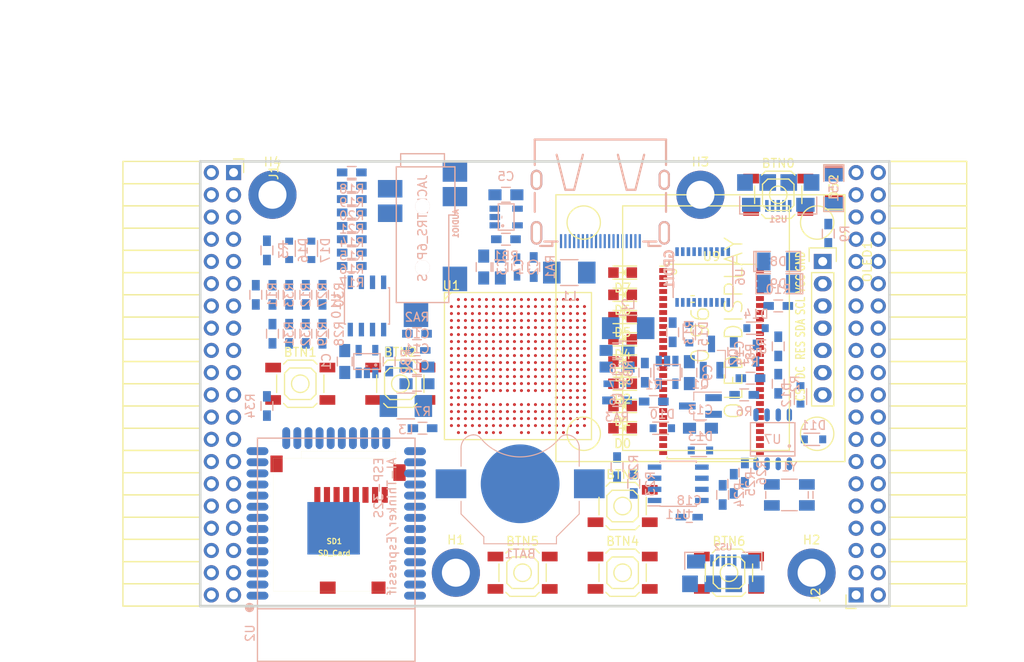
<source format=kicad_pcb>
(kicad_pcb (version 4) (host pcbnew 4.0.5+dfsg1-4)
  (layers (0 F.Cu signal) (1 In1.Cu signal) (2 In2.Cu signal) (31 B.Cu signal) (34 B.Paste user) (35 F.Paste user) (36 B.SilkS user) (37 F.SilkS user) (38 B.Mask user) (39 F.Mask user) (44 Edge.Cuts user))
  (net 0 "")
  (net 1 GND)
  (net 2 +5V)
  (net 3 /gpio/IN5V)
  (net 4 /gpio/OUT5V)
  (net 5 +3V3)
  (net 6 "Net-(L1-Pad1)")
  (net 7 "Net-(L2-Pad1)")
  (net 8 +1V2)
  (net 9 BTN_D)
  (net 10 BTN_F1)
  (net 11 BTN_F2)
  (net 12 BTN_L)
  (net 13 BTN_R)
  (net 14 BTN_U)
  (net 15 /power/FB1)
  (net 16 +2V5)
  (net 17 "Net-(L3-Pad1)")
  (net 18 /power/PWREN)
  (net 19 /power/FB3)
  (net 20 /power/FB2)
  (net 21 "Net-(D9-Pad1)")
  (net 22 /power/VBAT)
  (net 23 SD_3)
  (net 24 JTAG_TDI)
  (net 25 JTAG_TCK)
  (net 26 JTAG_TMS)
  (net 27 JTAG_TDO)
  (net 28 /power/WAKEUPn)
  (net 29 /power/WKUP)
  (net 30 /power/SHUT)
  (net 31 /power/WAKE)
  (net 32 /power/HOLD)
  (net 33 /power/WKn)
  (net 34 /power/OSCI_32k)
  (net 35 /power/OSCO_32k)
  (net 36 FTDI_nSUSPEND)
  (net 37 USB_FTDI_DM)
  (net 38 USB_FTDI_DP)
  (net 39 "Net-(Q2-Pad3)")
  (net 40 SHUTDOWN)
  (net 41 /analog/AUDIO_L)
  (net 42 /analog/AUDIO_R)
  (net 43 GPDI_5V_SCL)
  (net 44 GPDI_5V_SDA)
  (net 45 GPDI_SDA)
  (net 46 GPDI_SCL)
  (net 47 /gpdi/VREF2)
  (net 48 /blinkey/BTNPU)
  (net 49 SD_CMD)
  (net 50 SD_CLK)
  (net 51 SD_D0)
  (net 52 SD_D1)
  (net 53 USB5V)
  (net 54 /gpio/B11)
  (net 55 /gpio/C11)
  (net 56 /gpio/A10)
  (net 57 /gpio/A11)
  (net 58 /gpio/B10)
  (net 59 /gpio/A9)
  (net 60 /gpio/C10)
  (net 61 /gpio/B9)
  (net 62 /gpio/E9)
  (net 63 /gpio/D9)
  (net 64 /gpio/A8)
  (net 65 /gpio/A7)
  (net 66 /gpio/B8)
  (net 67 /gpio/C8)
  (net 68 /gpio/D8)
  (net 69 /gpio/E8)
  (net 70 /gpio/C7)
  (net 71 /gpio/C6)
  (net 72 /gpio/D7)
  (net 73 /gpio/E7)
  (net 74 /gpio/D6)
  (net 75 /gpio/E6)
  (net 76 /gpio/B6)
  (net 77 /gpio/A6)
  (net 78 /gpio/A19)
  (net 79 /gpio/B20)
  (net 80 /gpio/A18)
  (net 81 /gpio/B19)
  (net 82 /gpio/A17)
  (net 83 /gpio/B18)
  (net 84 /gpio/B17)
  (net 85 /gpio/C17)
  (net 86 /gpio/C16)
  (net 87 /gpio/D16)
  (net 88 /gpio/A16)
  (net 89 /gpio/B16)
  (net 90 /gpio/D15)
  (net 91 /gpio/E15)
  (net 92 /gpio/B15)
  (net 93 /gpio/C15)
  (net 94 /gpio/D14)
  (net 95 /gpio/E14)
  (net 96 /gpio/A14)
  (net 97 /gpio/C14)
  (net 98 /gpio/D13)
  (net 99 /gpio/E13)
  (net 100 /gpio/B13)
  (net 101 /gpio/C13)
  (net 102 /gpio/A12)
  (net 103 /gpio/A13)
  (net 104 /gpio/D12)
  (net 105 /gpio/E12)
  (net 106 /gpio/B12)
  (net 107 /gpio/C12)
  (net 108 /gpio/D11)
  (net 109 /gpio/E11)
  (net 110 "Net-(BTN0-Pad1)")
  (net 111 LED0)
  (net 112 LED1)
  (net 113 LED2)
  (net 114 LED3)
  (net 115 LED4)
  (net 116 LED5)
  (net 117 LED6)
  (net 118 LED7)
  (net 119 BTN_PWRn)
  (net 120 GPDI_ETH_N)
  (net 121 GPDI_ETH_P)
  (net 122 GPDI_D2_P)
  (net 123 GPDI_D2_N)
  (net 124 GPDI_D1_P)
  (net 125 GPDI_D1_N)
  (net 126 GPDI_D0_P)
  (net 127 GPDI_D0_N)
  (net 128 GPDI_CLK_P)
  (net 129 GPDI_CLK_N)
  (net 130 GPDI_CEC)
  (net 131 nRESET)
  (net 132 /usb/FT3V3)
  (net 133 FTDI_nDTR)
  (net 134 SDRAM_CKE)
  (net 135 SDRAM_A7)
  (net 136 SDRAM_D15)
  (net 137 SDRAM_BA1)
  (net 138 SDRAM_D7)
  (net 139 SDRAM_A6)
  (net 140 SDRAM_CLK)
  (net 141 SDRAM_D13)
  (net 142 SDRAM_BA0)
  (net 143 SDRAM_D6)
  (net 144 SDRAM_A5)
  (net 145 SDRAM_D14)
  (net 146 SDRAM_A11)
  (net 147 SDRAM_D12)
  (net 148 SDRAM_D5)
  (net 149 SDRAM_A4)
  (net 150 SDRAM_A10)
  (net 151 SDRAM_D11)
  (net 152 SDRAM_A3)
  (net 153 SDRAM_D4)
  (net 154 SDRAM_D10)
  (net 155 SDRAM_D9)
  (net 156 SDRAM_A9)
  (net 157 SDRAM_D3)
  (net 158 SDRAM_D8)
  (net 159 SDRAM_A8)
  (net 160 SDRAM_A2)
  (net 161 SDRAM_A1)
  (net 162 SDRAM_A0)
  (net 163 SDRAM_D2)
  (net 164 SDRAM_D1)
  (net 165 SDRAM_D0)
  (net 166 SDRAM_DQM0)
  (net 167 SDRAM_nCS)
  (net 168 SDRAM_nRAS)
  (net 169 SDRAM_DQM1)
  (net 170 SDRAM_nCAS)
  (net 171 SDRAM_nWE)
  (net 172 /flash/FLASH_nWP)
  (net 173 /flash/FLASH_nHOLD)
  (net 174 /flash/FLASH_MOSI)
  (net 175 /flash/FLASH_MISO)
  (net 176 /flash/FLASH_SCK)
  (net 177 /flash/FLASH_nCS)
  (net 178 /flash/FPGA_PROGRAMN)
  (net 179 /flash/FPGA_DONE)
  (net 180 /flash/FPGA_INITN)
  (net 181 OLED_MOSI)
  (net 182 OLED_RES)
  (net 183 OLED_DC)
  (net 184 OLED_CS)
  (net 185 AUDIO_L3)
  (net 186 AUDIO_L2)
  (net 187 AUDIO_L1)
  (net 188 AUDIO_L0)
  (net 189 AUDIO_R3)
  (net 190 AUDIO_R2)
  (net 191 AUDIO_R1)
  (net 192 AUDIO_R0)
  (net 193 WIFI_EN)
  (net 194 FTDI_nRTS)
  (net 195 WIFI_GPIO2)
  (net 196 FTDI_TXD)
  (net 197 FTDI_RXD)
  (net 198 WIFI_RXD)
  (net 199 WIFI_GPIO0)
  (net 200 FTDI_nCTS)
  (net 201 WIFI_TXD)
  (net 202 FTDI_nRI)
  (net 203 FTDI_nDCD)
  (net 204 WIFI_GPIO15)
  (module Keystone_3000_1x12mm-CoinCell:Keystone_3000_1x12mm-CoinCell (layer B.Cu) (at 135.73 98.25)
    (fp_text reference BAT1 (at 0 8) (layer B.SilkS) (effects (justify mirror)))
    (fp_text value CR1225)
    (pad 1 smd rect (at -7.9 0) (size 3.5 3.3) (layers B.Cu B.Paste B.Mask) (net 22 /power/VBAT))
    (pad 1 smd rect (at 7.9 0) (size 3.5 3.3) (layers B.Cu B.Paste B.Mask) (net 22 /power/VBAT))
    (pad 2 smd circle (at 0 0) (size 9 9) (layers B.Cu B.Mask) (net 1 GND))
  )
  (module SMD_Packages:SMD-1206_Pol (layer F.Cu) (at 171.57 64.341 90)
    (fp_text reference D52 (at 0 0 90) (layer F.SilkS))
    (fp_text value 2A)
    (pad 1 smd rect (at -1.651 0 90) (size 1.524 2.032) (layers F.Cu F.Paste F.Mask) (net 4 /gpio/OUT5V))
    (pad 2 smd rect (at 1.651 0 90) (size 1.524 2.032) (layers F.Cu F.Paste F.Mask) (net 2 +5V))
  )
  (module SMD_Packages:SMD-1206_Pol (layer B.Cu) (at 171.57 64.595 270)
    (fp_text reference D51 (at 0 0 270) (layer B.SilkS) (effects (justify mirror)))
    (fp_text value 2A)
    (pad 1 smd rect (at -1.651 0 270) (size 1.524 2.032) (layers B.Cu B.Paste B.Mask) (net 2 +5V))
    (pad 2 smd rect (at 1.651 0 270) (size 1.524 2.032) (layers B.Cu B.Paste B.Mask) (net 3 /gpio/IN5V))
  )
  (module micro-sd:MicroSD_TF02D (layer F.Cu) (at 114.5 110.52 180)
    (fp_text reference SD1 (at 0 5.7 180) (layer F.SilkS) (effects (font (size 0.59944 0.59944) (thickness 0.12446))))
    (fp_text value SD_Card (at 0 4.35 180) (layer F.SilkS) (effects (font (size 0.59944 0.59944) (thickness 0.12446))))
    (pad 1 smd rect (at 1.94 11 180) (size 0.7 1.8) (layers F.Cu F.Paste F.Mask) (net 23 SD_3))
    (pad 2 smd rect (at 0.84 11 180) (size 0.7 1.8) (layers F.Cu F.Paste F.Mask) (net 49 SD_CMD))
    (pad 3 smd rect (at -0.26 11 180) (size 0.7 1.8) (layers F.Cu F.Paste F.Mask) (net 1 GND))
    (pad 4 smd rect (at -1.36 11 180) (size 0.7 1.8) (layers F.Cu F.Paste F.Mask) (net 5 +3V3))
    (pad 5 smd rect (at -2.46 11 180) (size 0.7 1.8) (layers F.Cu F.Paste F.Mask) (net 50 SD_CLK))
    (pad 6 smd rect (at -3.56 11 180) (size 0.7 1.8) (layers F.Cu F.Paste F.Mask) (net 1 GND))
    (pad 7 smd rect (at -4.66 11 180) (size 0.7 1.8) (layers F.Cu F.Paste F.Mask) (net 51 SD_D0))
    (pad 8 smd rect (at -5.76 11 180) (size 0.7 1.8) (layers F.Cu F.Paste F.Mask) (net 52 SD_D1))
    (pad S smd rect (at -5.05 0.4 180) (size 1.6 1.4) (layers F.Cu F.Paste F.Mask))
    (pad S smd rect (at 0.75 0.4 180) (size 1.8 1.4) (layers F.Cu F.Paste F.Mask))
    (pad G smd rect (at -7.45 13.55 180) (size 1.4 1.9) (layers F.Cu F.Paste F.Mask))
    (pad G smd rect (at 6.6 14.55 180) (size 1.4 1.9) (layers F.Cu F.Paste F.Mask))
  )
  (module Resistors_SMD:R_1210_HandSoldering (layer B.Cu) (at 141.344 74.12)
    (fp_text reference L1 (at 0 2.7) (layer B.SilkS) (effects (justify mirror)))
    (fp_text value 2.2uH)
    (pad 1 smd rect (at -2 0) (size 2 2.5) (layers B.Cu B.Paste B.Mask) (net 6 "Net-(L1-Pad1)"))
    (pad 2 smd rect (at 2 0) (size 2 2.5) (layers B.Cu B.Paste B.Mask) (net 8 +1V2))
  )
  (module TSOT-25:TSOT-25 (layer B.Cu) (at 134.135 67.77 90)
    (fp_text reference U3 (at 0 -0.5 90) (layer B.SilkS) (effects (font (size 0.15 0.15) (thickness 0.0375)) (justify mirror)))
    (fp_text value AP3429A)
    (pad 1 smd rect (at -0.95 -1.3 90) (size 0.7 1.2) (layers B.Cu B.Paste B.Mask) (net 18 /power/PWREN))
    (pad 2 smd rect (at 0 -1.3 90) (size 0.7 1.2) (layers B.Cu B.Paste B.Mask) (net 1 GND))
    (pad 3 smd rect (at 0.95 -1.3 90) (size 0.7 1.2) (layers B.Cu B.Paste B.Mask) (net 6 "Net-(L1-Pad1)"))
    (pad 4 smd rect (at 0.95 1.3 90) (size 0.7 1.2) (layers B.Cu B.Paste B.Mask) (net 2 +5V))
    (pad 5 smd rect (at -0.95 1.3 90) (size 0.7 1.2) (layers B.Cu B.Paste B.Mask) (net 15 /power/FB1))
  )
  (module Resistors_SMD:R_1210_HandSoldering (layer B.Cu) (at 148.075 80.47 180)
    (fp_text reference L2 (at 0 2.7 180) (layer B.SilkS) (effects (justify mirror)))
    (fp_text value 2.2uH)
    (pad 1 smd rect (at -2 0 180) (size 2 2.5) (layers B.Cu B.Paste B.Mask) (net 7 "Net-(L2-Pad1)"))
    (pad 2 smd rect (at 2 0 180) (size 2 2.5) (layers B.Cu B.Paste B.Mask) (net 5 +3V3))
  )
  (module TSOT-25:TSOT-25 (layer B.Cu) (at 152.52 85.52)
    (fp_text reference U4 (at 0 -0.5) (layer B.SilkS) (effects (font (size 0.15 0.15) (thickness 0.0375)) (justify mirror)))
    (fp_text value AP3429A)
    (pad 1 smd rect (at -0.95 -1.3) (size 0.7 1.2) (layers B.Cu B.Paste B.Mask) (net 18 /power/PWREN))
    (pad 2 smd rect (at 0 -1.3) (size 0.7 1.2) (layers B.Cu B.Paste B.Mask) (net 1 GND))
    (pad 3 smd rect (at 0.95 -1.3) (size 0.7 1.2) (layers B.Cu B.Paste B.Mask) (net 7 "Net-(L2-Pad1)"))
    (pad 4 smd rect (at 0.95 1.3) (size 0.7 1.2) (layers B.Cu B.Paste B.Mask) (net 2 +5V))
    (pad 5 smd rect (at -0.95 1.3) (size 0.7 1.2) (layers B.Cu B.Paste B.Mask) (net 19 /power/FB3))
  )
  (module Buttons_Switches_SMD:SW_SPST_SKQG (layer F.Cu) (at 110.61 86.82)
    (fp_text reference BTN1 (at 0 -3.6) (layer F.SilkS))
    (fp_text value FIRE1)
    (pad 1 smd rect (at -3.1 -1.85) (size 1.8 1.1) (layers F.Cu F.Paste F.Mask) (net 48 /blinkey/BTNPU))
    (pad 1 smd rect (at 3.1 -1.85) (size 1.8 1.1) (layers F.Cu F.Paste F.Mask) (net 48 /blinkey/BTNPU))
    (pad 2 smd rect (at -3.1 1.85) (size 1.8 1.1) (layers F.Cu F.Paste F.Mask) (net 10 BTN_F1))
    (pad 2 smd rect (at 3.1 1.85) (size 1.8 1.1) (layers F.Cu F.Paste F.Mask) (net 10 BTN_F1))
  )
  (module Buttons_Switches_SMD:SW_SPST_SKQG (layer F.Cu) (at 122.04 86.82)
    (fp_text reference BTN2 (at 0 -3.6) (layer F.SilkS))
    (fp_text value FIRE2)
    (pad 1 smd rect (at -3.1 -1.85) (size 1.8 1.1) (layers F.Cu F.Paste F.Mask) (net 48 /blinkey/BTNPU))
    (pad 1 smd rect (at 3.1 -1.85) (size 1.8 1.1) (layers F.Cu F.Paste F.Mask) (net 48 /blinkey/BTNPU))
    (pad 2 smd rect (at -3.1 1.85) (size 1.8 1.1) (layers F.Cu F.Paste F.Mask) (net 11 BTN_F2))
    (pad 2 smd rect (at 3.1 1.85) (size 1.8 1.1) (layers F.Cu F.Paste F.Mask) (net 11 BTN_F2))
  )
  (module Buttons_Switches_SMD:SW_SPST_SKQG (layer F.Cu) (at 147.44 100.79)
    (fp_text reference BTN3 (at 0 -3.6) (layer F.SilkS))
    (fp_text value UP)
    (pad 1 smd rect (at -3.1 -1.85) (size 1.8 1.1) (layers F.Cu F.Paste F.Mask) (net 48 /blinkey/BTNPU))
    (pad 1 smd rect (at 3.1 -1.85) (size 1.8 1.1) (layers F.Cu F.Paste F.Mask) (net 48 /blinkey/BTNPU))
    (pad 2 smd rect (at -3.1 1.85) (size 1.8 1.1) (layers F.Cu F.Paste F.Mask) (net 14 BTN_U))
    (pad 2 smd rect (at 3.1 1.85) (size 1.8 1.1) (layers F.Cu F.Paste F.Mask) (net 14 BTN_U))
  )
  (module Buttons_Switches_SMD:SW_SPST_SKQG (layer F.Cu) (at 147.44 108.41)
    (fp_text reference BTN4 (at 0 -3.6) (layer F.SilkS))
    (fp_text value DOWN)
    (pad 1 smd rect (at -3.1 -1.85) (size 1.8 1.1) (layers F.Cu F.Paste F.Mask) (net 48 /blinkey/BTNPU))
    (pad 1 smd rect (at 3.1 -1.85) (size 1.8 1.1) (layers F.Cu F.Paste F.Mask) (net 48 /blinkey/BTNPU))
    (pad 2 smd rect (at -3.1 1.85) (size 1.8 1.1) (layers F.Cu F.Paste F.Mask) (net 9 BTN_D))
    (pad 2 smd rect (at 3.1 1.85) (size 1.8 1.1) (layers F.Cu F.Paste F.Mask) (net 9 BTN_D))
  )
  (module Buttons_Switches_SMD:SW_SPST_SKQG (layer F.Cu) (at 136.01 108.41)
    (fp_text reference BTN5 (at 0 -3.6) (layer F.SilkS))
    (fp_text value LEFT)
    (pad 1 smd rect (at -3.1 -1.85) (size 1.8 1.1) (layers F.Cu F.Paste F.Mask) (net 48 /blinkey/BTNPU))
    (pad 1 smd rect (at 3.1 -1.85) (size 1.8 1.1) (layers F.Cu F.Paste F.Mask) (net 48 /blinkey/BTNPU))
    (pad 2 smd rect (at -3.1 1.85) (size 1.8 1.1) (layers F.Cu F.Paste F.Mask) (net 12 BTN_L))
    (pad 2 smd rect (at 3.1 1.85) (size 1.8 1.1) (layers F.Cu F.Paste F.Mask) (net 12 BTN_L))
  )
  (module Buttons_Switches_SMD:SW_SPST_SKQG (layer F.Cu) (at 159.59 108.41)
    (fp_text reference BTN6 (at 0 -3.6) (layer F.SilkS))
    (fp_text value RIGHT)
    (pad 1 smd rect (at -3.1 -1.85) (size 1.8 1.1) (layers F.Cu F.Paste F.Mask) (net 48 /blinkey/BTNPU))
    (pad 1 smd rect (at 3.1 -1.85) (size 1.8 1.1) (layers F.Cu F.Paste F.Mask) (net 48 /blinkey/BTNPU))
    (pad 2 smd rect (at -3.1 1.85) (size 1.8 1.1) (layers F.Cu F.Paste F.Mask) (net 13 BTN_R))
    (pad 2 smd rect (at 3.1 1.85) (size 1.8 1.1) (layers F.Cu F.Paste F.Mask) (net 13 BTN_R))
  )
  (module LEDs:LED_0805 (layer F.Cu) (at 147.44 91.9 180)
    (fp_text reference D0 (at 0 -1.75 180) (layer F.SilkS))
    (fp_text value LED)
    (pad 2 smd rect (at 1.04902 0) (size 1.19888 1.19888) (layers F.Cu F.Paste F.Mask) (net 111 LED0))
    (pad 1 smd rect (at -1.04902 0) (size 1.19888 1.19888) (layers F.Cu F.Paste F.Mask) (net 1 GND))
  )
  (module LEDs:LED_0805 (layer F.Cu) (at 147.44 89.36 180)
    (fp_text reference D1 (at 0 -1.75 180) (layer F.SilkS))
    (fp_text value LED)
    (pad 2 smd rect (at 1.04902 0) (size 1.19888 1.19888) (layers F.Cu F.Paste F.Mask) (net 112 LED1))
    (pad 1 smd rect (at -1.04902 0) (size 1.19888 1.19888) (layers F.Cu F.Paste F.Mask) (net 1 GND))
  )
  (module LEDs:LED_0805 (layer F.Cu) (at 147.44 86.82 180)
    (fp_text reference D2 (at 0 -1.75 180) (layer F.SilkS))
    (fp_text value LED)
    (pad 2 smd rect (at 1.04902 0) (size 1.19888 1.19888) (layers F.Cu F.Paste F.Mask) (net 113 LED2))
    (pad 1 smd rect (at -1.04902 0) (size 1.19888 1.19888) (layers F.Cu F.Paste F.Mask) (net 1 GND))
  )
  (module LEDs:LED_0805 (layer F.Cu) (at 147.44 84.28 180)
    (fp_text reference D3 (at 0 -1.75 180) (layer F.SilkS))
    (fp_text value LED)
    (pad 2 smd rect (at 1.04902 0) (size 1.19888 1.19888) (layers F.Cu F.Paste F.Mask) (net 114 LED3))
    (pad 1 smd rect (at -1.04902 0) (size 1.19888 1.19888) (layers F.Cu F.Paste F.Mask) (net 1 GND))
  )
  (module LEDs:LED_0805 (layer F.Cu) (at 147.44 81.74 180)
    (fp_text reference D4 (at 0 -1.75 180) (layer F.SilkS))
    (fp_text value LED)
    (pad 2 smd rect (at 1.04902 0) (size 1.19888 1.19888) (layers F.Cu F.Paste F.Mask) (net 115 LED4))
    (pad 1 smd rect (at -1.04902 0) (size 1.19888 1.19888) (layers F.Cu F.Paste F.Mask) (net 1 GND))
  )
  (module LEDs:LED_0805 (layer F.Cu) (at 147.44 79.2 180)
    (fp_text reference D5 (at 0 -1.75 180) (layer F.SilkS))
    (fp_text value LED)
    (pad 2 smd rect (at 1.04902 0) (size 1.19888 1.19888) (layers F.Cu F.Paste F.Mask) (net 116 LED5))
    (pad 1 smd rect (at -1.04902 0) (size 1.19888 1.19888) (layers F.Cu F.Paste F.Mask) (net 1 GND))
  )
  (module LEDs:LED_0805 (layer F.Cu) (at 147.44 76.66 180)
    (fp_text reference D6 (at 0 -1.75 180) (layer F.SilkS))
    (fp_text value LED)
    (pad 2 smd rect (at 1.04902 0) (size 1.19888 1.19888) (layers F.Cu F.Paste F.Mask) (net 117 LED6))
    (pad 1 smd rect (at -1.04902 0) (size 1.19888 1.19888) (layers F.Cu F.Paste F.Mask) (net 1 GND))
  )
  (module LEDs:LED_0805 (layer F.Cu) (at 147.44 74.12 180)
    (fp_text reference D7 (at 0 -1.75 180) (layer F.SilkS))
    (fp_text value LED)
    (pad 2 smd rect (at 1.04902 0) (size 1.19888 1.19888) (layers F.Cu F.Paste F.Mask) (net 118 LED7))
    (pad 1 smd rect (at -1.04902 0) (size 1.19888 1.19888) (layers F.Cu F.Paste F.Mask) (net 1 GND))
  )
  (module Resistors_SMD:R_1210_HandSoldering (layer B.Cu) (at 122.675 89.36)
    (fp_text reference L3 (at 0 2.7) (layer B.SilkS) (effects (justify mirror)))
    (fp_text value 2.2uH)
    (pad 1 smd rect (at -2 0) (size 2 2.5) (layers B.Cu B.Paste B.Mask) (net 17 "Net-(L3-Pad1)"))
    (pad 2 smd rect (at 2 0) (size 2 2.5) (layers B.Cu B.Paste B.Mask) (net 16 +2V5))
  )
  (module TSOT-25:TSOT-25 (layer B.Cu) (at 118.23 84.28 180)
    (fp_text reference U5 (at 0 -0.5 180) (layer B.SilkS) (effects (font (size 0.15 0.15) (thickness 0.0375)) (justify mirror)))
    (fp_text value AP3429A)
    (pad 1 smd rect (at -0.95 -1.3 180) (size 0.7 1.2) (layers B.Cu B.Paste B.Mask) (net 18 /power/PWREN))
    (pad 2 smd rect (at 0 -1.3 180) (size 0.7 1.2) (layers B.Cu B.Paste B.Mask) (net 1 GND))
    (pad 3 smd rect (at 0.95 -1.3 180) (size 0.7 1.2) (layers B.Cu B.Paste B.Mask) (net 17 "Net-(L3-Pad1)"))
    (pad 4 smd rect (at 0.95 1.3 180) (size 0.7 1.2) (layers B.Cu B.Paste B.Mask) (net 2 +5V))
    (pad 5 smd rect (at -0.95 1.3 180) (size 0.7 1.2) (layers B.Cu B.Paste B.Mask) (net 20 /power/FB2))
  )
  (module Capacitors_SMD:C_0805_HandSoldering (layer B.Cu) (at 115.69 84.28 270)
    (fp_text reference C1 (at 0 2.1 270) (layer B.SilkS) (effects (justify mirror)))
    (fp_text value 22uF)
    (pad 1 smd rect (at -1.25 0 270) (size 1.5 1.25) (layers B.Cu B.Paste B.Mask) (net 2 +5V))
    (pad 2 smd rect (at 1.25 0 270) (size 1.5 1.25) (layers B.Cu B.Paste B.Mask) (net 1 GND))
  )
  (module Capacitors_SMD:C_0805_HandSoldering (layer B.Cu) (at 131.565 73.485 90)
    (fp_text reference C3 (at 0 2.1 90) (layer B.SilkS) (effects (justify mirror)))
    (fp_text value 22uF)
    (pad 1 smd rect (at -1.25 0 90) (size 1.5 1.25) (layers B.Cu B.Paste B.Mask) (net 8 +1V2))
    (pad 2 smd rect (at 1.25 0 90) (size 1.5 1.25) (layers B.Cu B.Paste B.Mask) (net 1 GND))
  )
  (module Capacitors_SMD:C_0805_HandSoldering (layer B.Cu) (at 133.47 73.485 90)
    (fp_text reference C4 (at 0 2.1 90) (layer B.SilkS) (effects (justify mirror)))
    (fp_text value 22uF)
    (pad 1 smd rect (at -1.25 0 90) (size 1.5 1.25) (layers B.Cu B.Paste B.Mask) (net 8 +1V2))
    (pad 2 smd rect (at 1.25 0 90) (size 1.5 1.25) (layers B.Cu B.Paste B.Mask) (net 1 GND))
  )
  (module Capacitors_SMD:C_0805_HandSoldering (layer B.Cu) (at 134.105 65.23 180)
    (fp_text reference C5 (at 0 2.1 180) (layer B.SilkS) (effects (justify mirror)))
    (fp_text value 22uF)
    (pad 1 smd rect (at -1.25 0 180) (size 1.5 1.25) (layers B.Cu B.Paste B.Mask) (net 2 +5V))
    (pad 2 smd rect (at 1.25 0 180) (size 1.5 1.25) (layers B.Cu B.Paste B.Mask) (net 1 GND))
  )
  (module Capacitors_SMD:C_0805_HandSoldering (layer B.Cu) (at 146.805 84.915)
    (fp_text reference C7 (at 0 2.1) (layer B.SilkS) (effects (justify mirror)))
    (fp_text value 22uF)
    (pad 1 smd rect (at -1.25 0) (size 1.5 1.25) (layers B.Cu B.Paste B.Mask) (net 5 +3V3))
    (pad 2 smd rect (at 1.25 0) (size 1.5 1.25) (layers B.Cu B.Paste B.Mask) (net 1 GND))
  )
  (module Capacitors_SMD:C_0805_HandSoldering (layer B.Cu) (at 146.805 83.01)
    (fp_text reference C8 (at 0 2.1) (layer B.SilkS) (effects (justify mirror)))
    (fp_text value 22uF)
    (pad 1 smd rect (at -1.25 0) (size 1.5 1.25) (layers B.Cu B.Paste B.Mask) (net 5 +3V3))
    (pad 2 smd rect (at 1.25 0) (size 1.5 1.25) (layers B.Cu B.Paste B.Mask) (net 1 GND))
  )
  (module Capacitors_SMD:C_0805_HandSoldering (layer B.Cu) (at 155.06 85.55 90)
    (fp_text reference C9 (at 0 2.1 90) (layer B.SilkS) (effects (justify mirror)))
    (fp_text value 22uF)
    (pad 1 smd rect (at -1.25 0 90) (size 1.5 1.25) (layers B.Cu B.Paste B.Mask) (net 2 +5V))
    (pad 2 smd rect (at 1.25 0 90) (size 1.5 1.25) (layers B.Cu B.Paste B.Mask) (net 1 GND))
  )
  (module Capacitors_SMD:C_0805_HandSoldering (layer B.Cu) (at 123.945 84.915 180)
    (fp_text reference C11 (at 0 2.1 180) (layer B.SilkS) (effects (justify mirror)))
    (fp_text value 22uF)
    (pad 1 smd rect (at -1.25 0 180) (size 1.5 1.25) (layers B.Cu B.Paste B.Mask) (net 16 +2V5))
    (pad 2 smd rect (at 1.25 0 180) (size 1.5 1.25) (layers B.Cu B.Paste B.Mask) (net 1 GND))
  )
  (module Capacitors_SMD:C_0805_HandSoldering (layer B.Cu) (at 123.945 86.82 180)
    (fp_text reference C12 (at 0 2.1 180) (layer B.SilkS) (effects (justify mirror)))
    (fp_text value 22uF)
    (pad 1 smd rect (at -1.25 0 180) (size 1.5 1.25) (layers B.Cu B.Paste B.Mask) (net 16 +2V5))
    (pad 2 smd rect (at 1.25 0 180) (size 1.5 1.25) (layers B.Cu B.Paste B.Mask) (net 1 GND))
  )
  (module SMD_Packages:SMD-1206_Pol (layer B.Cu) (at 165.22 72.85)
    (fp_text reference D8 (at 0 0) (layer B.SilkS) (effects (justify mirror)))
    (fp_text value 2A)
    (pad 1 smd rect (at -1.651 0) (size 1.524 2.032) (layers B.Cu B.Paste B.Mask) (net 2 +5V))
    (pad 2 smd rect (at 1.651 0) (size 1.524 2.032) (layers B.Cu B.Paste B.Mask) (net 53 USB5V))
  )
  (module SMD_Packages:SMD-1206_Pol (layer B.Cu) (at 165.22 75.39 180)
    (fp_text reference D9 (at 0 0 180) (layer B.SilkS) (effects (justify mirror)))
    (fp_text value 2A)
    (pad 1 smd rect (at -1.651 0 180) (size 1.524 2.032) (layers B.Cu B.Paste B.Mask) (net 21 "Net-(D9-Pad1)"))
    (pad 2 smd rect (at 1.651 0 180) (size 1.524 2.032) (layers B.Cu B.Paste B.Mask) (net 2 +5V))
  )
  (module Power_Integrations:SO-8 (layer B.Cu) (at 164.585 93.17 180)
    (fp_text reference U7 (at 0 0 180) (layer B.SilkS) (effects (justify mirror)))
    (fp_text value PCF8523)
    (pad 1 smd oval (at -1.905 -2.794 180) (size 0.6096 1.4732) (layers B.Cu B.Paste B.Mask) (net 34 /power/OSCI_32k))
    (pad 2 smd oval (at -0.635 -2.794 180) (size 0.6096 1.4732) (layers B.Cu B.Paste B.Mask) (net 35 /power/OSCO_32k))
    (pad 3 smd oval (at 0.635 -2.794 180) (size 0.6096 1.4732) (layers B.Cu B.Paste B.Mask) (net 22 /power/VBAT))
    (pad 4 smd oval (at 1.905 -2.794 180) (size 0.6096 1.4732) (layers B.Cu B.Paste B.Mask) (net 1 GND))
    (pad 5 smd oval (at 1.905 2.794 180) (size 0.6096 1.4732) (layers B.Cu B.Paste B.Mask))
    (pad 6 smd oval (at 0.635 2.794 180) (size 0.6096 1.4732) (layers B.Cu B.Paste B.Mask))
    (pad 7 smd oval (at -0.635 2.794 180) (size 0.6096 1.4732) (layers B.Cu B.Paste B.Mask) (net 28 /power/WAKEUPn))
    (pad 8 smd oval (at -1.905 2.794 180) (size 0.6096 1.4732) (layers B.Cu B.Paste B.Mask) (net 16 +2V5))
  )
  (module Capacitors_SMD:C_0805_HandSoldering (layer B.Cu) (at 156.33 91.9 180)
    (fp_text reference C13 (at 0 2.1 180) (layer B.SilkS) (effects (justify mirror)))
    (fp_text value 2.2uF)
    (pad 1 smd rect (at -1.25 0 180) (size 1.5 1.25) (layers B.Cu B.Paste B.Mask) (net 2 +5V))
    (pad 2 smd rect (at 1.25 0 180) (size 1.5 1.25) (layers B.Cu B.Paste B.Mask) (net 29 /power/WKUP))
  )
  (module Diodes_SMD:D_0805 (layer B.Cu) (at 151.978 91.9)
    (fp_text reference D10 (at 0 -1.6) (layer B.SilkS) (effects (justify mirror)))
    (fp_text value 1N4148)
    (pad 1 smd rect (at -1.05 0) (size 0.8 0.9) (layers B.Cu B.Paste B.Mask) (net 31 /power/WAKE))
    (pad 2 smd rect (at 1.05 0) (size 0.8 0.9) (layers B.Cu B.Paste B.Mask) (net 29 /power/WKUP))
  )
  (module Diodes_SMD:D_0805 (layer B.Cu) (at 169.25 93.17)
    (fp_text reference D11 (at 0 -1.6) (layer B.SilkS) (effects (justify mirror)))
    (fp_text value 1N4148)
    (pad 1 smd rect (at -1.05 0) (size 0.8 0.9) (layers B.Cu B.Paste B.Mask) (net 32 /power/HOLD))
    (pad 2 smd rect (at 1.05 0) (size 0.8 0.9) (layers B.Cu B.Paste B.Mask) (net 5 +3V3))
  )
  (module Diodes_SMD:D_0805 (layer B.Cu) (at 155.06 81.105 270)
    (fp_text reference D15 (at 0 -1.6 270) (layer B.SilkS) (effects (justify mirror)))
    (fp_text value BAT42)
    (pad 1 smd rect (at -1.05 0 270) (size 0.8 0.9) (layers B.Cu B.Paste B.Mask) (net 30 /power/SHUT))
    (pad 2 smd rect (at 1.05 0 270) (size 0.8 0.9) (layers B.Cu B.Paste B.Mask) (net 40 SHUTDOWN))
  )
  (module Diodes_SMD:D_0805 (layer B.Cu) (at 167.76 88.09 90)
    (fp_text reference D12 (at 0 -1.6 90) (layer B.SilkS) (effects (justify mirror)))
    (fp_text value 1N4148)
    (pad 1 smd rect (at -1.05 0 90) (size 0.8 0.9) (layers B.Cu B.Paste B.Mask) (net 18 /power/PWREN))
    (pad 2 smd rect (at 1.05 0 90) (size 0.8 0.9) (layers B.Cu B.Paste B.Mask) (net 36 FTDI_nSUSPEND))
  )
  (module usb_otg:USB-MICRO-B-FCI-10118192-0001LF (layer B.Cu) (at 165.22 63.825)
    (fp_text reference US1 (at 0 4.2) (layer B.SilkS) (effects (font (size 0.7 0.7)) (justify mirror)))
    (fp_text value USB_FTDI hide)
    (pad 6 smd rect (at -3.1 2.55) (size 2.1 1.6) (layers B.Cu B.Paste B.Mask) (net 1 GND))
    (pad 6 smd rect (at 3.1 2.55) (size 2.1 1.6) (layers B.Cu B.Paste B.Mask) (net 1 GND))
    (pad "" smd rect (at -1.2 0) (size 1.9 1.9) (layers B.Cu B.Paste B.Mask))
    (pad "" smd rect (at 1.2 0) (size 1.9 1.9) (layers B.Cu B.Paste B.Mask))
    (pad 1 smd rect (at -1.3 2.675) (size 0.4 1.35) (layers B.Cu B.Paste B.Mask) (net 53 USB5V))
    (pad 2 smd rect (at -0.65 2.675) (size 0.4 1.35) (layers B.Cu B.Paste B.Mask) (net 37 USB_FTDI_DM))
    (pad 3 smd rect (at 0 2.675) (size 0.4 1.35) (layers B.Cu B.Paste B.Mask) (net 38 USB_FTDI_DP))
    (pad 4 smd rect (at 0.65 2.675) (size 0.4 1.35) (layers B.Cu B.Paste B.Mask))
    (pad 5 smd rect (at 1.3 2.675) (size 0.4 1.35) (layers B.Cu B.Paste B.Mask) (net 1 GND))
    (pad "" smd rect (at -3.8 0) (size 1.8 1.9) (layers B.Cu B.Paste B.Mask))
    (pad "" smd rect (at 3.8 0) (size 1.8 1.9) (layers B.Cu B.Paste B.Mask))
  )
  (module usb_otg:USB-MICRO-B-FCI-10118192-0001LF (layer B.Cu) (at 158.94 109.68 180)
    (fp_text reference US2 (at 0 4.2 180) (layer B.SilkS) (effects (font (size 0.7 0.7)) (justify mirror)))
    (fp_text value USB_FPGA hide)
    (pad 6 smd rect (at -3.1 2.55 180) (size 2.1 1.6) (layers B.Cu B.Paste B.Mask) (net 1 GND))
    (pad 6 smd rect (at 3.1 2.55 180) (size 2.1 1.6) (layers B.Cu B.Paste B.Mask) (net 1 GND))
    (pad "" smd rect (at -1.2 0 180) (size 1.9 1.9) (layers B.Cu B.Paste B.Mask))
    (pad "" smd rect (at 1.2 0 180) (size 1.9 1.9) (layers B.Cu B.Paste B.Mask))
    (pad 1 smd rect (at -1.3 2.675 180) (size 0.4 1.35) (layers B.Cu B.Paste B.Mask) (net 21 "Net-(D9-Pad1)"))
    (pad 2 smd rect (at -0.65 2.675 180) (size 0.4 1.35) (layers B.Cu B.Paste B.Mask))
    (pad 3 smd rect (at 0 2.675 180) (size 0.4 1.35) (layers B.Cu B.Paste B.Mask))
    (pad 4 smd rect (at 0.65 2.675 180) (size 0.4 1.35) (layers B.Cu B.Paste B.Mask))
    (pad 5 smd rect (at 1.3 2.675 180) (size 0.4 1.35) (layers B.Cu B.Paste B.Mask) (net 1 GND))
    (pad "" smd rect (at -3.8 0 180) (size 1.8 1.9) (layers B.Cu B.Paste B.Mask))
    (pad "" smd rect (at 3.8 0 180) (size 1.8 1.9) (layers B.Cu B.Paste B.Mask))
  )
  (module audio-jack:CUI_SJ-43516-SMT (layer B.Cu) (at 124.58 69.04 270)
    (fp_text reference AUDIO1 (at -0.5 -3.8 270) (layer B.SilkS) (effects (font (size 0.6096 0.6096) (thickness 0.1524)) (justify mirror)))
    (fp_text value JACK_TRS_6PINS (at 0 0 270) (layer B.SilkS) (effects (justify mirror)))
    (pad 1 smd rect (at -6.4 -3.7 270) (size 2.2 2.8) (layers B.Cu B.Paste B.Mask) (net 41 /analog/AUDIO_L))
    (pad 4 smd rect (at -3.6 -3.7 270) (size 2.2 2.8) (layers B.Cu B.Paste B.Mask))
    (pad 2 smd rect (at 5.8 -3.7 270) (size 2.8 2.8) (layers B.Cu B.Paste B.Mask) (net 1 GND))
    (pad 5 smd rect (at 9.9 0.75 270) (size 2.8 2.8) (layers B.Cu B.Paste B.Mask))
    (pad 3 smd rect (at -1.7 3.7 270) (size 2 2.8) (layers B.Cu B.Paste B.Mask) (net 42 /analog/AUDIO_R))
    (pad 6 smd rect (at -4.5 3.7 270) (size 2 2.8) (layers B.Cu B.Paste B.Mask))
    (pad "" np_thru_hole circle (at -2.5 0 270) (size 1.7 1.7) (drill 1.7) (layers *.Cu *.Mask B.SilkS) (clearance 0.4))
    (pad "" np_thru_hole circle (at 4.5 0 270) (size 1.7 1.7) (drill 1.7) (layers *.Cu *.Mask B.SilkS) (clearance 0.4))
  )
  (module abs25:Crystal_SMD_ABS25 (layer B.Cu) (at 166.49 99.52 180)
    (fp_text reference Y1 (at 0 3.2 180) (layer B.SilkS) (effects (justify mirror)))
    (fp_text value 32768Hz)
    (pad 4 smd rect (at -2 1.2 180) (size 1.8 1.2) (layers B.Cu B.Paste B.Mask) (net 35 /power/OSCO_32k))
    (pad 3 smd rect (at 2 1.2 180) (size 1.8 1.2) (layers B.Cu B.Paste B.Mask))
    (pad 2 smd rect (at 2 -1.2 180) (size 1.8 1.2) (layers B.Cu B.Paste B.Mask))
    (pad 1 smd rect (at -2 -1.2 180) (size 1.8 1.2) (layers B.Cu B.Paste B.Mask) (net 34 /power/OSCI_32k))
  )
  (module TSOP54:TSOP54 (layer F.Cu) (at 157.6 84.28)
    (fp_text reference U9 (at 0 -12) (layer F.SilkS))
    (fp_text value MT48LC16M16A2TG)
    (pad 28 smd rect (at 5.53 10.4) (size 0.9 0.56) (layers F.Cu F.Paste F.Mask) (net 1 GND))
    (pad 1 smd rect (at -5.53 -10.4) (size 0.9 0.56) (layers F.Cu F.Paste F.Mask) (net 5 +3V3))
    (pad 2 smd rect (at -5.53 -9.6) (size 0.9 0.56) (layers F.Cu F.Paste F.Mask) (net 165 SDRAM_D0))
    (pad 3 smd rect (at -5.53 -8.8) (size 0.9 0.56) (layers F.Cu F.Paste F.Mask) (net 5 +3V3))
    (pad 4 smd rect (at -5.53 -8) (size 0.9 0.56) (layers F.Cu F.Paste F.Mask) (net 164 SDRAM_D1))
    (pad 5 smd rect (at -5.53 -7.2) (size 0.9 0.56) (layers F.Cu F.Paste F.Mask) (net 163 SDRAM_D2))
    (pad 6 smd rect (at -5.53 -6.4) (size 0.9 0.56) (layers F.Cu F.Paste F.Mask) (net 1 GND))
    (pad 7 smd rect (at -5.53 -5.6) (size 0.9 0.56) (layers F.Cu F.Paste F.Mask) (net 157 SDRAM_D3))
    (pad 8 smd rect (at -5.53 -4.8) (size 0.9 0.56) (layers F.Cu F.Paste F.Mask) (net 153 SDRAM_D4))
    (pad 9 smd rect (at -5.53 -4) (size 0.9 0.56) (layers F.Cu F.Paste F.Mask) (net 5 +3V3))
    (pad 10 smd rect (at -5.53 -3.2) (size 0.9 0.56) (layers F.Cu F.Paste F.Mask) (net 148 SDRAM_D5))
    (pad 11 smd rect (at -5.53 -2.4) (size 0.9 0.56) (layers F.Cu F.Paste F.Mask) (net 143 SDRAM_D6))
    (pad 12 smd rect (at -5.53 -1.6) (size 0.9 0.56) (layers F.Cu F.Paste F.Mask) (net 1 GND))
    (pad 13 smd rect (at -5.53 -0.8) (size 0.9 0.56) (layers F.Cu F.Paste F.Mask) (net 138 SDRAM_D7))
    (pad 14 smd rect (at -5.53 0) (size 0.9 0.56) (layers F.Cu F.Paste F.Mask) (net 5 +3V3))
    (pad 15 smd rect (at -5.53 0.8) (size 0.9 0.56) (layers F.Cu F.Paste F.Mask) (net 166 SDRAM_DQM0))
    (pad 16 smd rect (at -5.53 1.6) (size 0.9 0.56) (layers F.Cu F.Paste F.Mask) (net 171 SDRAM_nWE))
    (pad 17 smd rect (at -5.53 2.4) (size 0.9 0.56) (layers F.Cu F.Paste F.Mask) (net 170 SDRAM_nCAS))
    (pad 18 smd rect (at -5.53 3.2) (size 0.9 0.56) (layers F.Cu F.Paste F.Mask) (net 168 SDRAM_nRAS))
    (pad 19 smd rect (at -5.53 4) (size 0.9 0.56) (layers F.Cu F.Paste F.Mask) (net 167 SDRAM_nCS))
    (pad 20 smd rect (at -5.53 4.8) (size 0.9 0.56) (layers F.Cu F.Paste F.Mask) (net 142 SDRAM_BA0))
    (pad 21 smd rect (at -5.53 5.6) (size 0.9 0.56) (layers F.Cu F.Paste F.Mask) (net 137 SDRAM_BA1))
    (pad 22 smd rect (at -5.53 6.4) (size 0.9 0.56) (layers F.Cu F.Paste F.Mask) (net 150 SDRAM_A10))
    (pad 23 smd rect (at -5.53 7.2) (size 0.9 0.56) (layers F.Cu F.Paste F.Mask) (net 162 SDRAM_A0))
    (pad 24 smd rect (at -5.53 8) (size 0.9 0.56) (layers F.Cu F.Paste F.Mask) (net 161 SDRAM_A1))
    (pad 25 smd rect (at -5.53 8.8) (size 0.9 0.56) (layers F.Cu F.Paste F.Mask) (net 160 SDRAM_A2))
    (pad 26 smd rect (at -5.53 9.6) (size 0.9 0.56) (layers F.Cu F.Paste F.Mask) (net 152 SDRAM_A3))
    (pad 27 smd rect (at -5.53 10.4) (size 0.9 0.56) (layers F.Cu F.Paste F.Mask) (net 5 +3V3))
    (pad 29 smd rect (at 5.53 9.6) (size 0.9 0.56) (layers F.Cu F.Paste F.Mask) (net 149 SDRAM_A4))
    (pad 30 smd rect (at 5.53 8.8) (size 0.9 0.56) (layers F.Cu F.Paste F.Mask) (net 144 SDRAM_A5))
    (pad 31 smd rect (at 5.53 8) (size 0.9 0.56) (layers F.Cu F.Paste F.Mask) (net 139 SDRAM_A6))
    (pad 32 smd rect (at 5.53 7.2) (size 0.9 0.56) (layers F.Cu F.Paste F.Mask) (net 135 SDRAM_A7))
    (pad 33 smd rect (at 5.53 6.4) (size 0.9 0.56) (layers F.Cu F.Paste F.Mask) (net 159 SDRAM_A8))
    (pad 34 smd rect (at 5.53 5.6) (size 0.9 0.56) (layers F.Cu F.Paste F.Mask) (net 156 SDRAM_A9))
    (pad 35 smd rect (at 5.53 4.8) (size 0.9 0.56) (layers F.Cu F.Paste F.Mask) (net 146 SDRAM_A11))
    (pad 36 smd rect (at 5.53 4) (size 0.9 0.56) (layers F.Cu F.Paste F.Mask))
    (pad 37 smd rect (at 5.53 3.2) (size 0.9 0.56) (layers F.Cu F.Paste F.Mask) (net 134 SDRAM_CKE))
    (pad 38 smd rect (at 5.53 2.4) (size 0.9 0.56) (layers F.Cu F.Paste F.Mask) (net 140 SDRAM_CLK))
    (pad 39 smd rect (at 5.53 1.6) (size 0.9 0.56) (layers F.Cu F.Paste F.Mask) (net 169 SDRAM_DQM1))
    (pad 40 smd rect (at 5.53 0.8) (size 0.9 0.56) (layers F.Cu F.Paste F.Mask))
    (pad 41 smd rect (at 5.53 0) (size 0.9 0.56) (layers F.Cu F.Paste F.Mask) (net 1 GND))
    (pad 42 smd rect (at 5.53 -0.8) (size 0.9 0.56) (layers F.Cu F.Paste F.Mask) (net 158 SDRAM_D8))
    (pad 43 smd rect (at 5.53 -1.6) (size 0.9 0.56) (layers F.Cu F.Paste F.Mask) (net 5 +3V3))
    (pad 44 smd rect (at 5.53 -2.4) (size 0.9 0.56) (layers F.Cu F.Paste F.Mask) (net 155 SDRAM_D9))
    (pad 45 smd rect (at 5.53 -3.2) (size 0.9 0.56) (layers F.Cu F.Paste F.Mask) (net 154 SDRAM_D10))
    (pad 46 smd rect (at 5.53 -4) (size 0.9 0.56) (layers F.Cu F.Paste F.Mask) (net 1 GND))
    (pad 47 smd rect (at 5.53 -4.8) (size 0.9 0.56) (layers F.Cu F.Paste F.Mask) (net 151 SDRAM_D11))
    (pad 48 smd rect (at 5.53 -5.6) (size 0.9 0.56) (layers F.Cu F.Paste F.Mask) (net 147 SDRAM_D12))
    (pad 49 smd rect (at 5.53 -6.4) (size 0.9 0.56) (layers F.Cu F.Paste F.Mask) (net 5 +3V3))
    (pad 50 smd rect (at 5.53 -7.2) (size 0.9 0.56) (layers F.Cu F.Paste F.Mask) (net 141 SDRAM_D13))
    (pad 51 smd rect (at 5.53 -8) (size 0.9 0.56) (layers F.Cu F.Paste F.Mask) (net 145 SDRAM_D14))
    (pad 52 smd rect (at 5.53 -8.8) (size 0.9 0.56) (layers F.Cu F.Paste F.Mask) (net 1 GND))
    (pad 53 smd rect (at 5.53 -9.6) (size 0.9 0.56) (layers F.Cu F.Paste F.Mask) (net 136 SDRAM_D15))
    (pad 54 smd rect (at 5.53 -10.4) (size 0.9 0.56) (layers F.Cu F.Paste F.Mask) (net 1 GND))
  )
  (module TO_SOT_Packages_SMD:SOT-23_Handsoldering (layer B.Cu) (at 156.33 89.36 180)
    (fp_text reference Q1 (at 0 2.5 180) (layer B.SilkS) (effects (justify mirror)))
    (fp_text value BC857)
    (pad 1 smd rect (at -1.5 0.95 180) (size 1.9 0.8) (layers B.Cu B.Paste B.Mask) (net 33 /power/WKn))
    (pad 2 smd rect (at -1.5 -0.95 180) (size 1.9 0.8) (layers B.Cu B.Paste B.Mask) (net 2 +5V))
    (pad 3 smd rect (at 1.5 0 180) (size 1.9 0.8) (layers B.Cu B.Paste B.Mask) (net 29 /power/WKUP))
  )
  (module TO_SOT_Packages_SMD:SOT-23_Handsoldering (layer B.Cu) (at 157.6 83.772 90)
    (fp_text reference Q2 (at 0 2.5 90) (layer B.SilkS) (effects (justify mirror)))
    (fp_text value 2N7002)
    (pad 1 smd rect (at -1.5 0.95 90) (size 1.9 0.8) (layers B.Cu B.Paste B.Mask) (net 30 /power/SHUT))
    (pad 2 smd rect (at -1.5 -0.95 90) (size 1.9 0.8) (layers B.Cu B.Paste B.Mask) (net 1 GND))
    (pad 3 smd rect (at 1.5 0 90) (size 1.9 0.8) (layers B.Cu B.Paste B.Mask) (net 39 "Net-(Q2-Pad3)"))
  )
  (module Capacitors_SMD:C_0603_HandSoldering (layer B.Cu) (at 135.375 73.485 90)
    (fp_text reference C2 (at 0 1.9 90) (layer B.SilkS) (effects (justify mirror)))
    (fp_text value 470pF)
    (pad 1 smd rect (at -0.95 0 90) (size 1.2 0.75) (layers B.Cu B.Paste B.Mask) (net 8 +1V2))
    (pad 2 smd rect (at 0.95 0 90) (size 1.2 0.75) (layers B.Cu B.Paste B.Mask) (net 15 /power/FB1))
  )
  (module Capacitors_SMD:C_0603_HandSoldering (layer B.Cu) (at 146.805 86.82)
    (fp_text reference C6 (at 0 1.9) (layer B.SilkS) (effects (justify mirror)))
    (fp_text value 470pF)
    (pad 1 smd rect (at -0.95 0) (size 1.2 0.75) (layers B.Cu B.Paste B.Mask) (net 5 +3V3))
    (pad 2 smd rect (at 0.95 0) (size 1.2 0.75) (layers B.Cu B.Paste B.Mask) (net 19 /power/FB3))
  )
  (module Capacitors_SMD:C_0603_HandSoldering (layer B.Cu) (at 123.945 83.01 180)
    (fp_text reference C10 (at 0 1.9 180) (layer B.SilkS) (effects (justify mirror)))
    (fp_text value 470pF)
    (pad 1 smd rect (at -0.95 0 180) (size 1.2 0.75) (layers B.Cu B.Paste B.Mask) (net 16 +2V5))
    (pad 2 smd rect (at 0.95 0 180) (size 1.2 0.75) (layers B.Cu B.Paste B.Mask) (net 20 /power/FB2))
  )
  (module Capacitors_SMD:C_0603_HandSoldering (layer B.Cu) (at 162.68 83.33 270)
    (fp_text reference C14 (at 0 1.9 270) (layer B.SilkS) (effects (justify mirror)))
    (fp_text value 100nF)
    (pad 1 smd rect (at -0.95 0 270) (size 1.2 0.75) (layers B.Cu B.Paste B.Mask) (net 30 /power/SHUT))
    (pad 2 smd rect (at 0.95 0 270) (size 1.2 0.75) (layers B.Cu B.Paste B.Mask) (net 1 GND))
  )
  (module Resistors_SMD:R_0603_HandSoldering (layer B.Cu) (at 150.996 88.852 180)
    (fp_text reference R1 (at 0 1.9 180) (layer B.SilkS) (effects (justify mirror)))
    (fp_text value 15k)
    (pad 1 smd rect (at -1.1 0 180) (size 1.2 0.9) (layers B.Cu B.Paste B.Mask) (net 31 /power/WAKE))
    (pad 2 smd rect (at 1.1 0 180) (size 1.2 0.9) (layers B.Cu B.Paste B.Mask) (net 18 /power/PWREN))
  )
  (module Resistors_SMD:R_0603_HandSoldering (layer B.Cu) (at 165.22 86.82 90)
    (fp_text reference R2 (at 0 1.9 90) (layer B.SilkS) (effects (justify mirror)))
    (fp_text value 47k)
    (pad 1 smd rect (at -1.1 0 90) (size 1.2 0.9) (layers B.Cu B.Paste B.Mask) (net 18 /power/PWREN))
    (pad 2 smd rect (at 1.1 0 90) (size 1.2 0.9) (layers B.Cu B.Paste B.Mask) (net 1 GND))
  )
  (module Resistors_SMD:R_0603_HandSoldering (layer B.Cu) (at 162.045 86.185 180)
    (fp_text reference R4 (at 0 1.9 180) (layer B.SilkS) (effects (justify mirror)))
    (fp_text value 15k)
    (pad 1 smd rect (at -1.1 0 180) (size 1.2 0.9) (layers B.Cu B.Paste B.Mask) (net 32 /power/HOLD))
    (pad 2 smd rect (at 1.1 0 180) (size 1.2 0.9) (layers B.Cu B.Paste B.Mask) (net 18 /power/PWREN))
  )
  (module Resistors_SMD:R_0603_HandSoldering (layer B.Cu) (at 165.22 82.545 270)
    (fp_text reference R5 (at 0 1.9 270) (layer B.SilkS) (effects (justify mirror)))
    (fp_text value 4.7M)
    (pad 1 smd rect (at -1.1 0 270) (size 1.2 0.9) (layers B.Cu B.Paste B.Mask) (net 30 /power/SHUT))
    (pad 2 smd rect (at 1.1 0 270) (size 1.2 0.9) (layers B.Cu B.Paste B.Mask) (net 1 GND))
  )
  (module Resistors_SMD:R_0603_HandSoldering (layer B.Cu) (at 161.33 88.09)
    (fp_text reference R6 (at 0 1.9) (layer B.SilkS) (effects (justify mirror)))
    (fp_text value 1k)
    (pad 1 smd rect (at -1.1 0) (size 1.2 0.9) (layers B.Cu B.Paste B.Mask) (net 33 /power/WKn))
    (pad 2 smd rect (at 1.1 0) (size 1.2 0.9) (layers B.Cu B.Paste B.Mask) (net 28 /power/WAKEUPn))
  )
  (module Resistors_SMD:R_0603_HandSoldering (layer B.Cu) (at 124.58 91.9 180)
    (fp_text reference R7 (at 0 1.9 180) (layer B.SilkS) (effects (justify mirror)))
    (fp_text value 220)
    (pad 1 smd rect (at -1.1 0 180) (size 1.2 0.9) (layers B.Cu B.Paste B.Mask) (net 5 +3V3))
    (pad 2 smd rect (at 1.1 0 180) (size 1.2 0.9) (layers B.Cu B.Paste B.Mask) (net 48 /blinkey/BTNPU))
  )
  (module Resistors_SMD:R_0603_HandSoldering (layer B.Cu) (at 160.14 83.18 90)
    (fp_text reference R8 (at 0 1.9 90) (layer B.SilkS) (effects (justify mirror)))
    (fp_text value 1k)
    (pad 1 smd rect (at -1.1 0 90) (size 1.2 0.9) (layers B.Cu B.Paste B.Mask) (net 18 /power/PWREN))
    (pad 2 smd rect (at 1.1 0 90) (size 1.2 0.9) (layers B.Cu B.Paste B.Mask) (net 39 "Net-(Q2-Pad3)"))
  )
  (module Resistors_SMD:R_0603_HandSoldering (layer B.Cu) (at 170.935 69.675 90)
    (fp_text reference R9 (at 0 1.9 90) (layer B.SilkS) (effects (justify mirror)))
    (fp_text value 15k)
    (pad 1 smd rect (at -1.1 0 90) (size 1.2 0.9) (layers B.Cu B.Paste B.Mask) (net 131 nRESET))
    (pad 2 smd rect (at 1.1 0 90) (size 1.2 0.9) (layers B.Cu B.Paste B.Mask) (net 132 /usb/FT3V3))
  )
  (module Resistors_SMD:R_0603_HandSoldering (layer B.Cu) (at 165.22 77.93 180)
    (fp_text reference R10 (at 0 1.9 180) (layer B.SilkS) (effects (justify mirror)))
    (fp_text value 220)
    (pad 1 smd rect (at -1.1 0 180) (size 1.2 0.9) (layers B.Cu B.Paste B.Mask) (net 36 FTDI_nSUSPEND))
    (pad 2 smd rect (at 1.1 0 180) (size 1.2 0.9) (layers B.Cu B.Paste B.Mask) (net 133 FTDI_nDTR))
  )
  (module Resistors_SMD:R_0603_HandSoldering (layer B.Cu) (at 153.155 80.935 90)
    (fp_text reference R13 (at 0 1.9 90) (layer B.SilkS) (effects (justify mirror)))
    (fp_text value 15k)
    (pad 1 smd rect (at -1.1 0 90) (size 1.2 0.9) (layers B.Cu B.Paste B.Mask) (net 40 SHUTDOWN))
    (pad 2 smd rect (at 1.1 0 90) (size 1.2 0.9) (layers B.Cu B.Paste B.Mask) (net 1 GND))
  )
  (module Resistors_SMD:R_0603_HandSoldering (layer B.Cu) (at 137.28 73.485 90)
    (fp_text reference RA1 (at 0 1.9 90) (layer B.SilkS) (effects (justify mirror)))
    (fp_text value 15k)
    (pad 1 smd rect (at -1.1 0 90) (size 1.2 0.9) (layers B.Cu B.Paste B.Mask) (net 8 +1V2))
    (pad 2 smd rect (at 1.1 0 90) (size 1.2 0.9) (layers B.Cu B.Paste B.Mask) (net 15 /power/FB1))
  )
  (module Resistors_SMD:R_0603_HandSoldering (layer B.Cu) (at 123.945 81.105 180)
    (fp_text reference RA2 (at 0 1.9 180) (layer B.SilkS) (effects (justify mirror)))
    (fp_text value 15k)
    (pad 1 smd rect (at -1.1 0 180) (size 1.2 0.9) (layers B.Cu B.Paste B.Mask) (net 16 +2V5))
    (pad 2 smd rect (at 1.1 0 180) (size 1.2 0.9) (layers B.Cu B.Paste B.Mask) (net 20 /power/FB2))
  )
  (module Resistors_SMD:R_0603_HandSoldering (layer B.Cu) (at 146.805 88.725)
    (fp_text reference RA3 (at 0 1.9) (layer B.SilkS) (effects (justify mirror)))
    (fp_text value 15k)
    (pad 1 smd rect (at -1.1 0) (size 1.2 0.9) (layers B.Cu B.Paste B.Mask) (net 5 +3V3))
    (pad 2 smd rect (at 1.1 0) (size 1.2 0.9) (layers B.Cu B.Paste B.Mask) (net 19 /power/FB3))
  )
  (module Resistors_SMD:R_0603_HandSoldering (layer B.Cu) (at 134.105 70.31)
    (fp_text reference RB1 (at 0 1.9) (layer B.SilkS) (effects (justify mirror)))
    (fp_text value 15k)
    (pad 1 smd rect (at -1.1 0) (size 1.2 0.9) (layers B.Cu B.Paste B.Mask) (net 1 GND))
    (pad 2 smd rect (at 1.1 0) (size 1.2 0.9) (layers B.Cu B.Paste B.Mask) (net 15 /power/FB1))
  )
  (module Resistors_SMD:R_0603_HandSoldering (layer B.Cu) (at 120.77 84.28 90)
    (fp_text reference RB2 (at 0 1.9 90) (layer B.SilkS) (effects (justify mirror)))
    (fp_text value 4.7k)
    (pad 1 smd rect (at -1.1 0 90) (size 1.2 0.9) (layers B.Cu B.Paste B.Mask) (net 1 GND))
    (pad 2 smd rect (at 1.1 0 90) (size 1.2 0.9) (layers B.Cu B.Paste B.Mask) (net 20 /power/FB2))
  )
  (module Resistors_SMD:R_0603_HandSoldering (layer B.Cu) (at 149.98 85.55 270)
    (fp_text reference RB3 (at 0 1.9 270) (layer B.SilkS) (effects (justify mirror)))
    (fp_text value 3.3k)
    (pad 1 smd rect (at -1.1 0 270) (size 1.2 0.9) (layers B.Cu B.Paste B.Mask) (net 1 GND))
    (pad 2 smd rect (at 1.1 0 270) (size 1.2 0.9) (layers B.Cu B.Paste B.Mask) (net 19 /power/FB3))
  )
  (module Resistors_SMD:R_0603_HandSoldering (layer B.Cu) (at 116.493 68.787)
    (fp_text reference R14 (at 0 1.9) (layer B.SilkS) (effects (justify mirror)))
    (fp_text value 800)
    (pad 1 smd rect (at -1.1 0) (size 1.2 0.9) (layers B.Cu B.Paste B.Mask) (net 185 AUDIO_L3))
    (pad 2 smd rect (at 1.1 0) (size 1.2 0.9) (layers B.Cu B.Paste B.Mask) (net 41 /analog/AUDIO_L))
  )
  (module Resistors_SMD:R_0603_HandSoldering (layer B.Cu) (at 116.493 70.311)
    (fp_text reference R15 (at 0 1.9) (layer B.SilkS) (effects (justify mirror)))
    (fp_text value 400)
    (pad 1 smd rect (at -1.1 0) (size 1.2 0.9) (layers B.Cu B.Paste B.Mask) (net 186 AUDIO_L2))
    (pad 2 smd rect (at 1.1 0) (size 1.2 0.9) (layers B.Cu B.Paste B.Mask) (net 41 /analog/AUDIO_L))
  )
  (module Resistors_SMD:R_0603_HandSoldering (layer B.Cu) (at 116.493 71.835)
    (fp_text reference R16 (at 0 1.9) (layer B.SilkS) (effects (justify mirror)))
    (fp_text value 200)
    (pad 1 smd rect (at -1.1 0) (size 1.2 0.9) (layers B.Cu B.Paste B.Mask) (net 187 AUDIO_L1))
    (pad 2 smd rect (at 1.1 0) (size 1.2 0.9) (layers B.Cu B.Paste B.Mask) (net 41 /analog/AUDIO_L))
  )
  (module Resistors_SMD:R_0603_HandSoldering (layer B.Cu) (at 116.493 73.359)
    (fp_text reference R17 (at 0 1.9) (layer B.SilkS) (effects (justify mirror)))
    (fp_text value 100)
    (pad 1 smd rect (at -1.1 0) (size 1.2 0.9) (layers B.Cu B.Paste B.Mask) (net 188 AUDIO_L0))
    (pad 2 smd rect (at 1.1 0) (size 1.2 0.9) (layers B.Cu B.Paste B.Mask) (net 41 /analog/AUDIO_L))
  )
  (module Resistors_SMD:R_0603_HandSoldering (layer B.Cu) (at 116.493 62.675)
    (fp_text reference R18 (at 0 1.9) (layer B.SilkS) (effects (justify mirror)))
    (fp_text value 800)
    (pad 1 smd rect (at -1.1 0) (size 1.2 0.9) (layers B.Cu B.Paste B.Mask) (net 189 AUDIO_R3))
    (pad 2 smd rect (at 1.1 0) (size 1.2 0.9) (layers B.Cu B.Paste B.Mask) (net 42 /analog/AUDIO_R))
  )
  (module Resistors_SMD:R_0603_HandSoldering (layer B.Cu) (at 116.493 64.199)
    (fp_text reference R19 (at 0 1.9) (layer B.SilkS) (effects (justify mirror)))
    (fp_text value 400)
    (pad 1 smd rect (at -1.1 0) (size 1.2 0.9) (layers B.Cu B.Paste B.Mask) (net 190 AUDIO_R2))
    (pad 2 smd rect (at 1.1 0) (size 1.2 0.9) (layers B.Cu B.Paste B.Mask) (net 42 /analog/AUDIO_R))
  )
  (module Resistors_SMD:R_0603_HandSoldering (layer B.Cu) (at 116.493 65.723)
    (fp_text reference R20 (at 0 1.9) (layer B.SilkS) (effects (justify mirror)))
    (fp_text value 200)
    (pad 1 smd rect (at -1.1 0) (size 1.2 0.9) (layers B.Cu B.Paste B.Mask) (net 191 AUDIO_R1))
    (pad 2 smd rect (at 1.1 0) (size 1.2 0.9) (layers B.Cu B.Paste B.Mask) (net 42 /analog/AUDIO_R))
  )
  (module Resistors_SMD:R_0603_HandSoldering (layer B.Cu) (at 116.493 67.247)
    (fp_text reference R21 (at 0 1.9) (layer B.SilkS) (effects (justify mirror)))
    (fp_text value 100)
    (pad 1 smd rect (at -1.1 0) (size 1.2 0.9) (layers B.Cu B.Paste B.Mask) (net 192 AUDIO_R0))
    (pad 2 smd rect (at 1.1 0) (size 1.2 0.9) (layers B.Cu B.Paste B.Mask) (net 42 /analog/AUDIO_R))
  )
  (module lfe5bg381:BGA-381_pitch0.8mm_dia0.4mm (layer F.Cu) (at 135.48 84.8)
    (fp_text reference U1 (at -7.6 -9.2) (layer F.SilkS))
    (fp_text value LFE5U-25F-6BG381C)
    (pad A2 smd circle (at -6.8 -7.6) (size 0.35 0.35) (layers F.Cu F.Paste F.Mask) (net 12 BTN_L))
    (pad A3 smd circle (at -6 -7.6) (size 0.35 0.35) (layers F.Cu F.Paste F.Mask) (net 122 GPDI_D2_P))
    (pad A4 smd circle (at -5.2 -7.6) (size 0.35 0.35) (layers F.Cu F.Paste F.Mask) (net 124 GPDI_D1_P))
    (pad A5 smd circle (at -4.4 -7.6) (size 0.35 0.35) (layers F.Cu F.Paste F.Mask) (net 125 GPDI_D1_N))
    (pad A6 smd circle (at -3.6 -7.6) (size 0.35 0.35) (layers F.Cu F.Paste F.Mask) (net 76 /gpio/B6))
    (pad A7 smd circle (at -2.8 -7.6) (size 0.35 0.35) (layers F.Cu F.Paste F.Mask) (net 64 /gpio/A8))
    (pad A8 smd circle (at -2 -7.6) (size 0.35 0.35) (layers F.Cu F.Paste F.Mask) (net 65 /gpio/A7))
    (pad A9 smd circle (at -1.2 -7.6) (size 0.35 0.35) (layers F.Cu F.Paste F.Mask) (net 59 /gpio/A9))
    (pad A10 smd circle (at -0.4 -7.6) (size 0.35 0.35) (layers F.Cu F.Paste F.Mask) (net 56 /gpio/A10))
    (pad A11 smd circle (at 0.4 -7.6) (size 0.35 0.35) (layers F.Cu F.Paste F.Mask) (net 57 /gpio/A11))
    (pad A12 smd circle (at 1.2 -7.6) (size 0.35 0.35) (layers F.Cu F.Paste F.Mask) (net 102 /gpio/A12))
    (pad A13 smd circle (at 2 -7.6) (size 0.35 0.35) (layers F.Cu F.Paste F.Mask) (net 103 /gpio/A13))
    (pad A14 smd circle (at 2.8 -7.6) (size 0.35 0.35) (layers F.Cu F.Paste F.Mask) (net 96 /gpio/A14))
    (pad A15 smd circle (at 3.6 -7.6) (size 0.35 0.35) (layers F.Cu F.Paste F.Mask))
    (pad A16 smd circle (at 4.4 -7.6) (size 0.35 0.35) (layers F.Cu F.Paste F.Mask) (net 88 /gpio/A16))
    (pad A17 smd circle (at 5.2 -7.6) (size 0.35 0.35) (layers F.Cu F.Paste F.Mask) (net 82 /gpio/A17))
    (pad A18 smd circle (at 6 -7.6) (size 0.35 0.35) (layers F.Cu F.Paste F.Mask) (net 80 /gpio/A18))
    (pad A19 smd circle (at 6.8 -7.6) (size 0.35 0.35) (layers F.Cu F.Paste F.Mask) (net 78 /gpio/A19))
    (pad B1 smd circle (at -7.6 -6.8) (size 0.35 0.35) (layers F.Cu F.Paste F.Mask) (net 114 LED3))
    (pad B2 smd circle (at -6.8 -6.8) (size 0.35 0.35) (layers F.Cu F.Paste F.Mask) (net 9 BTN_D))
    (pad B3 smd circle (at -6 -6.8) (size 0.35 0.35) (layers F.Cu F.Paste F.Mask) (net 123 GPDI_D2_N))
    (pad B4 smd circle (at -5.2 -6.8) (size 0.35 0.35) (layers F.Cu F.Paste F.Mask) (net 129 GPDI_CLK_N))
    (pad B5 smd circle (at -4.4 -6.8) (size 0.35 0.35) (layers F.Cu F.Paste F.Mask) (net 126 GPDI_D0_P))
    (pad B6 smd circle (at -3.6 -6.8) (size 0.35 0.35) (layers F.Cu F.Paste F.Mask) (net 77 /gpio/A6))
    (pad B7 smd circle (at -2.8 -6.8) (size 0.35 0.35) (layers F.Cu F.Paste F.Mask) (net 1 GND))
    (pad B8 smd circle (at -2 -6.8) (size 0.35 0.35) (layers F.Cu F.Paste F.Mask) (net 67 /gpio/C8))
    (pad B9 smd circle (at -1.2 -6.8) (size 0.35 0.35) (layers F.Cu F.Paste F.Mask) (net 60 /gpio/C10))
    (pad B10 smd circle (at -0.4 -6.8) (size 0.35 0.35) (layers F.Cu F.Paste F.Mask) (net 58 /gpio/B10))
    (pad B11 smd circle (at 0.4 -6.8) (size 0.35 0.35) (layers F.Cu F.Paste F.Mask) (net 54 /gpio/B11))
    (pad B12 smd circle (at 1.2 -6.8) (size 0.35 0.35) (layers F.Cu F.Paste F.Mask) (net 106 /gpio/B12))
    (pad B13 smd circle (at 2 -6.8) (size 0.35 0.35) (layers F.Cu F.Paste F.Mask) (net 100 /gpio/B13))
    (pad B14 smd circle (at 2.8 -6.8) (size 0.35 0.35) (layers F.Cu F.Paste F.Mask) (net 1 GND))
    (pad B15 smd circle (at 3.6 -6.8) (size 0.35 0.35) (layers F.Cu F.Paste F.Mask) (net 92 /gpio/B15))
    (pad B16 smd circle (at 4.4 -6.8) (size 0.35 0.35) (layers F.Cu F.Paste F.Mask) (net 89 /gpio/B16))
    (pad B17 smd circle (at 5.2 -6.8) (size 0.35 0.35) (layers F.Cu F.Paste F.Mask) (net 84 /gpio/B17))
    (pad B18 smd circle (at 6 -6.8) (size 0.35 0.35) (layers F.Cu F.Paste F.Mask) (net 83 /gpio/B18))
    (pad B19 smd circle (at 6.8 -6.8) (size 0.35 0.35) (layers F.Cu F.Paste F.Mask) (net 81 /gpio/B19))
    (pad B20 smd circle (at 7.6 -6.8) (size 0.35 0.35) (layers F.Cu F.Paste F.Mask) (net 79 /gpio/B20))
    (pad C1 smd circle (at -7.6 -6) (size 0.35 0.35) (layers F.Cu F.Paste F.Mask) (net 10 BTN_F1))
    (pad C2 smd circle (at -6.8 -6) (size 0.35 0.35) (layers F.Cu F.Paste F.Mask) (net 113 LED2))
    (pad C3 smd circle (at -6 -6) (size 0.35 0.35) (layers F.Cu F.Paste F.Mask) (net 121 GPDI_ETH_P))
    (pad C4 smd circle (at -5.2 -6) (size 0.35 0.35) (layers F.Cu F.Paste F.Mask) (net 128 GPDI_CLK_P))
    (pad C5 smd circle (at -4.4 -6) (size 0.35 0.35) (layers F.Cu F.Paste F.Mask) (net 127 GPDI_D0_N))
    (pad C6 smd circle (at -3.6 -6) (size 0.35 0.35) (layers F.Cu F.Paste F.Mask) (net 70 /gpio/C7))
    (pad C7 smd circle (at -2.8 -6) (size 0.35 0.35) (layers F.Cu F.Paste F.Mask) (net 71 /gpio/C6))
    (pad C8 smd circle (at -2 -6) (size 0.35 0.35) (layers F.Cu F.Paste F.Mask) (net 66 /gpio/B8))
    (pad C9 smd circle (at -1.2 -6) (size 0.35 0.35) (layers F.Cu F.Paste F.Mask))
    (pad C10 smd circle (at -0.4 -6) (size 0.35 0.35) (layers F.Cu F.Paste F.Mask) (net 61 /gpio/B9))
    (pad C11 smd circle (at 0.4 -6) (size 0.35 0.35) (layers F.Cu F.Paste F.Mask) (net 55 /gpio/C11))
    (pad C12 smd circle (at 1.2 -6) (size 0.35 0.35) (layers F.Cu F.Paste F.Mask) (net 107 /gpio/C12))
    (pad C13 smd circle (at 2 -6) (size 0.35 0.35) (layers F.Cu F.Paste F.Mask) (net 101 /gpio/C13))
    (pad C14 smd circle (at 2.8 -6) (size 0.35 0.35) (layers F.Cu F.Paste F.Mask) (net 97 /gpio/C14))
    (pad C15 smd circle (at 3.6 -6) (size 0.35 0.35) (layers F.Cu F.Paste F.Mask) (net 93 /gpio/C15))
    (pad C16 smd circle (at 4.4 -6) (size 0.35 0.35) (layers F.Cu F.Paste F.Mask) (net 86 /gpio/C16))
    (pad C17 smd circle (at 5.2 -6) (size 0.35 0.35) (layers F.Cu F.Paste F.Mask) (net 85 /gpio/C17))
    (pad C18 smd circle (at 6 -6) (size 0.35 0.35) (layers F.Cu F.Paste F.Mask) (net 134 SDRAM_CKE))
    (pad C19 smd circle (at 6.8 -6) (size 0.35 0.35) (layers F.Cu F.Paste F.Mask) (net 1 GND))
    (pad C20 smd circle (at 7.6 -6) (size 0.35 0.35) (layers F.Cu F.Paste F.Mask) (net 135 SDRAM_A7))
    (pad D1 smd circle (at -7.6 -5.2) (size 0.35 0.35) (layers F.Cu F.Paste F.Mask) (net 116 LED5))
    (pad D2 smd circle (at -6.8 -5.2) (size 0.35 0.35) (layers F.Cu F.Paste F.Mask) (net 13 BTN_R))
    (pad D3 smd circle (at -6 -5.2) (size 0.35 0.35) (layers F.Cu F.Paste F.Mask) (net 120 GPDI_ETH_N))
    (pad D4 smd circle (at -5.2 -5.2) (size 0.35 0.35) (layers F.Cu F.Paste F.Mask) (net 1 GND))
    (pad D5 smd circle (at -4.4 -5.2) (size 0.35 0.35) (layers F.Cu F.Paste F.Mask) (net 45 GPDI_SDA))
    (pad D6 smd circle (at -3.6 -5.2) (size 0.35 0.35) (layers F.Cu F.Paste F.Mask) (net 75 /gpio/E6))
    (pad D7 smd circle (at -2.8 -5.2) (size 0.35 0.35) (layers F.Cu F.Paste F.Mask) (net 73 /gpio/E7))
    (pad D8 smd circle (at -2 -5.2) (size 0.35 0.35) (layers F.Cu F.Paste F.Mask) (net 69 /gpio/E8))
    (pad D9 smd circle (at -1.2 -5.2) (size 0.35 0.35) (layers F.Cu F.Paste F.Mask) (net 62 /gpio/E9))
    (pad D10 smd circle (at -0.4 -5.2) (size 0.35 0.35) (layers F.Cu F.Paste F.Mask))
    (pad D11 smd circle (at 0.4 -5.2) (size 0.35 0.35) (layers F.Cu F.Paste F.Mask) (net 108 /gpio/D11))
    (pad D12 smd circle (at 1.2 -5.2) (size 0.35 0.35) (layers F.Cu F.Paste F.Mask) (net 104 /gpio/D12))
    (pad D13 smd circle (at 2 -5.2) (size 0.35 0.35) (layers F.Cu F.Paste F.Mask) (net 98 /gpio/D13))
    (pad D14 smd circle (at 2.8 -5.2) (size 0.35 0.35) (layers F.Cu F.Paste F.Mask) (net 94 /gpio/D14))
    (pad D15 smd circle (at 3.6 -5.2) (size 0.35 0.35) (layers F.Cu F.Paste F.Mask) (net 90 /gpio/D15))
    (pad D16 smd circle (at 4.4 -5.2) (size 0.35 0.35) (layers F.Cu F.Paste F.Mask) (net 87 /gpio/D16))
    (pad D17 smd circle (at 5.2 -5.2) (size 0.35 0.35) (layers F.Cu F.Paste F.Mask) (net 136 SDRAM_D15))
    (pad D18 smd circle (at 6 -5.2) (size 0.35 0.35) (layers F.Cu F.Paste F.Mask) (net 137 SDRAM_BA1))
    (pad D19 smd circle (at 6.8 -5.2) (size 0.35 0.35) (layers F.Cu F.Paste F.Mask) (net 138 SDRAM_D7))
    (pad D20 smd circle (at 7.6 -5.2) (size 0.35 0.35) (layers F.Cu F.Paste F.Mask) (net 139 SDRAM_A6))
    (pad E1 smd circle (at -7.6 -4.4) (size 0.35 0.35) (layers F.Cu F.Paste F.Mask) (net 115 LED4))
    (pad E2 smd circle (at -6.8 -4.4) (size 0.35 0.35) (layers F.Cu F.Paste F.Mask))
    (pad E3 smd circle (at -6 -4.4) (size 0.35 0.35) (layers F.Cu F.Paste F.Mask) (net 112 LED1))
    (pad E4 smd circle (at -5.2 -4.4) (size 0.35 0.35) (layers F.Cu F.Paste F.Mask) (net 46 GPDI_SCL))
    (pad E5 smd circle (at -4.4 -4.4) (size 0.35 0.35) (layers F.Cu F.Paste F.Mask) (net 130 GPDI_CEC))
    (pad E6 smd circle (at -3.6 -4.4) (size 0.35 0.35) (layers F.Cu F.Paste F.Mask) (net 74 /gpio/D6))
    (pad E7 smd circle (at -2.8 -4.4) (size 0.35 0.35) (layers F.Cu F.Paste F.Mask) (net 72 /gpio/D7))
    (pad E8 smd circle (at -2 -4.4) (size 0.35 0.35) (layers F.Cu F.Paste F.Mask) (net 68 /gpio/D8))
    (pad E9 smd circle (at -1.2 -4.4) (size 0.35 0.35) (layers F.Cu F.Paste F.Mask) (net 63 /gpio/D9))
    (pad E10 smd circle (at -0.4 -4.4) (size 0.35 0.35) (layers F.Cu F.Paste F.Mask))
    (pad E11 smd circle (at 0.4 -4.4) (size 0.35 0.35) (layers F.Cu F.Paste F.Mask) (net 109 /gpio/E11))
    (pad E12 smd circle (at 1.2 -4.4) (size 0.35 0.35) (layers F.Cu F.Paste F.Mask) (net 105 /gpio/E12))
    (pad E13 smd circle (at 2 -4.4) (size 0.35 0.35) (layers F.Cu F.Paste F.Mask) (net 99 /gpio/E13))
    (pad E14 smd circle (at 2.8 -4.4) (size 0.35 0.35) (layers F.Cu F.Paste F.Mask) (net 95 /gpio/E14))
    (pad E15 smd circle (at 3.6 -4.4) (size 0.35 0.35) (layers F.Cu F.Paste F.Mask) (net 91 /gpio/E15))
    (pad E16 smd circle (at 4.4 -4.4) (size 0.35 0.35) (layers F.Cu F.Paste F.Mask) (net 140 SDRAM_CLK))
    (pad E17 smd circle (at 5.2 -4.4) (size 0.35 0.35) (layers F.Cu F.Paste F.Mask) (net 141 SDRAM_D13))
    (pad E18 smd circle (at 6 -4.4) (size 0.35 0.35) (layers F.Cu F.Paste F.Mask) (net 142 SDRAM_BA0))
    (pad E19 smd circle (at 6.8 -4.4) (size 0.35 0.35) (layers F.Cu F.Paste F.Mask) (net 143 SDRAM_D6))
    (pad E20 smd circle (at 7.6 -4.4) (size 0.35 0.35) (layers F.Cu F.Paste F.Mask) (net 144 SDRAM_A5))
    (pad F1 smd circle (at -7.6 -3.6) (size 0.35 0.35) (layers F.Cu F.Paste F.Mask))
    (pad F2 smd circle (at -6.8 -3.6) (size 0.35 0.35) (layers F.Cu F.Paste F.Mask))
    (pad F3 smd circle (at -6 -3.6) (size 0.35 0.35) (layers F.Cu F.Paste F.Mask))
    (pad F4 smd circle (at -5.2 -3.6) (size 0.35 0.35) (layers F.Cu F.Paste F.Mask) (net 14 BTN_U))
    (pad F5 smd circle (at -4.4 -3.6) (size 0.35 0.35) (layers F.Cu F.Paste F.Mask) (net 111 LED0))
    (pad F6 smd circle (at -3.6 -3.6) (size 0.35 0.35) (layers F.Cu F.Paste F.Mask) (net 16 +2V5))
    (pad F7 smd circle (at -2.8 -3.6) (size 0.35 0.35) (layers F.Cu F.Paste F.Mask) (net 1 GND))
    (pad F8 smd circle (at -2 -3.6) (size 0.35 0.35) (layers F.Cu F.Paste F.Mask) (net 1 GND))
    (pad F9 smd circle (at -1.2 -3.6) (size 0.35 0.35) (layers F.Cu F.Paste F.Mask) (net 5 +3V3))
    (pad F10 smd circle (at -0.4 -3.6) (size 0.35 0.35) (layers F.Cu F.Paste F.Mask) (net 5 +3V3))
    (pad F11 smd circle (at 0.4 -3.6) (size 0.35 0.35) (layers F.Cu F.Paste F.Mask) (net 5 +3V3))
    (pad F12 smd circle (at 1.2 -3.6) (size 0.35 0.35) (layers F.Cu F.Paste F.Mask) (net 5 +3V3))
    (pad F13 smd circle (at 2 -3.6) (size 0.35 0.35) (layers F.Cu F.Paste F.Mask) (net 1 GND))
    (pad F14 smd circle (at 2.8 -3.6) (size 0.35 0.35) (layers F.Cu F.Paste F.Mask) (net 1 GND))
    (pad F15 smd circle (at 3.6 -3.6) (size 0.35 0.35) (layers F.Cu F.Paste F.Mask) (net 16 +2V5))
    (pad F16 smd circle (at 4.4 -3.6) (size 0.35 0.35) (layers F.Cu F.Paste F.Mask) (net 145 SDRAM_D14))
    (pad F17 smd circle (at 5.2 -3.6) (size 0.35 0.35) (layers F.Cu F.Paste F.Mask) (net 146 SDRAM_A11))
    (pad F18 smd circle (at 6 -3.6) (size 0.35 0.35) (layers F.Cu F.Paste F.Mask) (net 147 SDRAM_D12))
    (pad F19 smd circle (at 6.8 -3.6) (size 0.35 0.35) (layers F.Cu F.Paste F.Mask) (net 148 SDRAM_D5))
    (pad F20 smd circle (at 7.6 -3.6) (size 0.35 0.35) (layers F.Cu F.Paste F.Mask) (net 149 SDRAM_A4))
    (pad G1 smd circle (at -7.6 -2.8) (size 0.35 0.35) (layers F.Cu F.Paste F.Mask))
    (pad G2 smd circle (at -6.8 -2.8) (size 0.35 0.35) (layers F.Cu F.Paste F.Mask))
    (pad G3 smd circle (at -6 -2.8) (size 0.35 0.35) (layers F.Cu F.Paste F.Mask))
    (pad G4 smd circle (at -5.2 -2.8) (size 0.35 0.35) (layers F.Cu F.Paste F.Mask) (net 1 GND))
    (pad G5 smd circle (at -4.4 -2.8) (size 0.35 0.35) (layers F.Cu F.Paste F.Mask) (net 118 LED7))
    (pad G6 smd circle (at -3.6 -2.8) (size 0.35 0.35) (layers F.Cu F.Paste F.Mask) (net 1 GND))
    (pad G7 smd circle (at -2.8 -2.8) (size 0.35 0.35) (layers F.Cu F.Paste F.Mask) (net 1 GND))
    (pad G8 smd circle (at -2 -2.8) (size 0.35 0.35) (layers F.Cu F.Paste F.Mask) (net 1 GND))
    (pad G9 smd circle (at -1.2 -2.8) (size 0.35 0.35) (layers F.Cu F.Paste F.Mask) (net 1 GND))
    (pad G10 smd circle (at -0.4 -2.8) (size 0.35 0.35) (layers F.Cu F.Paste F.Mask) (net 1 GND))
    (pad G11 smd circle (at 0.4 -2.8) (size 0.35 0.35) (layers F.Cu F.Paste F.Mask) (net 1 GND))
    (pad G12 smd circle (at 1.2 -2.8) (size 0.35 0.35) (layers F.Cu F.Paste F.Mask) (net 1 GND))
    (pad G13 smd circle (at 2 -2.8) (size 0.35 0.35) (layers F.Cu F.Paste F.Mask) (net 1 GND))
    (pad G14 smd circle (at 2.8 -2.8) (size 0.35 0.35) (layers F.Cu F.Paste F.Mask) (net 1 GND))
    (pad G15 smd circle (at 3.6 -2.8) (size 0.35 0.35) (layers F.Cu F.Paste F.Mask) (net 1 GND))
    (pad G16 smd circle (at 4.4 -2.8) (size 0.35 0.35) (layers F.Cu F.Paste F.Mask) (net 150 SDRAM_A10))
    (pad G17 smd circle (at 5.2 -2.8) (size 0.35 0.35) (layers F.Cu F.Paste F.Mask) (net 1 GND))
    (pad G18 smd circle (at 6 -2.8) (size 0.35 0.35) (layers F.Cu F.Paste F.Mask) (net 151 SDRAM_D11))
    (pad G19 smd circle (at 6.8 -2.8) (size 0.35 0.35) (layers F.Cu F.Paste F.Mask) (net 152 SDRAM_A3))
    (pad G20 smd circle (at 7.6 -2.8) (size 0.35 0.35) (layers F.Cu F.Paste F.Mask) (net 153 SDRAM_D4))
    (pad H1 smd circle (at -7.6 -2) (size 0.35 0.35) (layers F.Cu F.Paste F.Mask) (net 194 FTDI_nRTS))
    (pad H2 smd circle (at -6.8 -2) (size 0.35 0.35) (layers F.Cu F.Paste F.Mask))
    (pad H3 smd circle (at -6 -2) (size 0.35 0.35) (layers F.Cu F.Paste F.Mask) (net 117 LED6))
    (pad H4 smd circle (at -5.2 -2) (size 0.35 0.35) (layers F.Cu F.Paste F.Mask) (net 119 BTN_PWRn))
    (pad H5 smd circle (at -4.4 -2) (size 0.35 0.35) (layers F.Cu F.Paste F.Mask) (net 11 BTN_F2))
    (pad H6 smd circle (at -3.6 -2) (size 0.35 0.35) (layers F.Cu F.Paste F.Mask) (net 5 +3V3))
    (pad H7 smd circle (at -2.8 -2) (size 0.35 0.35) (layers F.Cu F.Paste F.Mask) (net 5 +3V3))
    (pad H8 smd circle (at -2 -2) (size 0.35 0.35) (layers F.Cu F.Paste F.Mask) (net 8 +1V2))
    (pad H9 smd circle (at -1.2 -2) (size 0.35 0.35) (layers F.Cu F.Paste F.Mask) (net 8 +1V2))
    (pad H10 smd circle (at -0.4 -2) (size 0.35 0.35) (layers F.Cu F.Paste F.Mask) (net 8 +1V2))
    (pad H11 smd circle (at 0.4 -2) (size 0.35 0.35) (layers F.Cu F.Paste F.Mask) (net 8 +1V2))
    (pad H12 smd circle (at 1.2 -2) (size 0.35 0.35) (layers F.Cu F.Paste F.Mask) (net 8 +1V2))
    (pad H13 smd circle (at 2 -2) (size 0.35 0.35) (layers F.Cu F.Paste F.Mask) (net 8 +1V2))
    (pad H14 smd circle (at 2.8 -2) (size 0.35 0.35) (layers F.Cu F.Paste F.Mask) (net 5 +3V3))
    (pad H15 smd circle (at 3.6 -2) (size 0.35 0.35) (layers F.Cu F.Paste F.Mask) (net 5 +3V3))
    (pad H16 smd circle (at 4.4 -2) (size 0.35 0.35) (layers F.Cu F.Paste F.Mask) (net 154 SDRAM_D10))
    (pad H17 smd circle (at 5.2 -2) (size 0.35 0.35) (layers F.Cu F.Paste F.Mask) (net 155 SDRAM_D9))
    (pad H18 smd circle (at 6 -2) (size 0.35 0.35) (layers F.Cu F.Paste F.Mask) (net 156 SDRAM_A9))
    (pad H19 smd circle (at 6.8 -2) (size 0.35 0.35) (layers F.Cu F.Paste F.Mask) (net 1 GND))
    (pad H20 smd circle (at 7.6 -2) (size 0.35 0.35) (layers F.Cu F.Paste F.Mask) (net 157 SDRAM_D3))
    (pad J1 smd circle (at -7.6 -1.2) (size 0.35 0.35) (layers F.Cu F.Paste F.Mask) (net 195 WIFI_GPIO2))
    (pad J2 smd circle (at -6.8 -1.2) (size 0.35 0.35) (layers F.Cu F.Paste F.Mask) (net 1 GND))
    (pad J3 smd circle (at -6 -1.2) (size 0.35 0.35) (layers F.Cu F.Paste F.Mask) (net 196 FTDI_TXD))
    (pad J4 smd circle (at -5.2 -1.2) (size 0.35 0.35) (layers F.Cu F.Paste F.Mask) (net 197 FTDI_RXD))
    (pad J5 smd circle (at -4.4 -1.2) (size 0.35 0.35) (layers F.Cu F.Paste F.Mask) (net 198 WIFI_RXD))
    (pad J6 smd circle (at -3.6 -1.2) (size 0.35 0.35) (layers F.Cu F.Paste F.Mask) (net 5 +3V3))
    (pad J7 smd circle (at -2.8 -1.2) (size 0.35 0.35) (layers F.Cu F.Paste F.Mask) (net 1 GND))
    (pad J8 smd circle (at -2 -1.2) (size 0.35 0.35) (layers F.Cu F.Paste F.Mask) (net 8 +1V2))
    (pad J9 smd circle (at -1.2 -1.2) (size 0.35 0.35) (layers F.Cu F.Paste F.Mask) (net 1 GND))
    (pad J10 smd circle (at -0.4 -1.2) (size 0.35 0.35) (layers F.Cu F.Paste F.Mask) (net 1 GND))
    (pad J11 smd circle (at 0.4 -1.2) (size 0.35 0.35) (layers F.Cu F.Paste F.Mask) (net 1 GND))
    (pad J12 smd circle (at 1.2 -1.2) (size 0.35 0.35) (layers F.Cu F.Paste F.Mask) (net 1 GND))
    (pad J13 smd circle (at 2 -1.2) (size 0.35 0.35) (layers F.Cu F.Paste F.Mask) (net 8 +1V2))
    (pad J14 smd circle (at 2.8 -1.2) (size 0.35 0.35) (layers F.Cu F.Paste F.Mask) (net 1 GND))
    (pad J15 smd circle (at 3.6 -1.2) (size 0.35 0.35) (layers F.Cu F.Paste F.Mask) (net 5 +3V3))
    (pad J16 smd circle (at 4.4 -1.2) (size 0.35 0.35) (layers F.Cu F.Paste F.Mask) (net 158 SDRAM_D8))
    (pad J17 smd circle (at 5.2 -1.2) (size 0.35 0.35) (layers F.Cu F.Paste F.Mask) (net 159 SDRAM_A8))
    (pad J18 smd circle (at 6 -1.2) (size 0.35 0.35) (layers F.Cu F.Paste F.Mask) (net 160 SDRAM_A2))
    (pad J19 smd circle (at 6.8 -1.2) (size 0.35 0.35) (layers F.Cu F.Paste F.Mask) (net 161 SDRAM_A1))
    (pad J20 smd circle (at 7.6 -1.2) (size 0.35 0.35) (layers F.Cu F.Paste F.Mask) (net 162 SDRAM_A0))
    (pad K1 smd circle (at -7.6 -0.4) (size 0.35 0.35) (layers F.Cu F.Paste F.Mask) (net 199 WIFI_GPIO0))
    (pad K2 smd circle (at -6.8 -0.4) (size 0.35 0.35) (layers F.Cu F.Paste F.Mask) (net 200 FTDI_nCTS))
    (pad K3 smd circle (at -6 -0.4) (size 0.35 0.35) (layers F.Cu F.Paste F.Mask) (net 201 WIFI_TXD))
    (pad K4 smd circle (at -5.2 -0.4) (size 0.35 0.35) (layers F.Cu F.Paste F.Mask) (net 202 FTDI_nRI))
    (pad K5 smd circle (at -4.4 -0.4) (size 0.35 0.35) (layers F.Cu F.Paste F.Mask) (net 181 OLED_MOSI))
    (pad K6 smd circle (at -3.6 -0.4) (size 0.35 0.35) (layers F.Cu F.Paste F.Mask) (net 1 GND))
    (pad K7 smd circle (at -2.8 -0.4) (size 0.35 0.35) (layers F.Cu F.Paste F.Mask) (net 1 GND))
    (pad K8 smd circle (at -2 -0.4) (size 0.35 0.35) (layers F.Cu F.Paste F.Mask) (net 8 +1V2))
    (pad K9 smd circle (at -1.2 -0.4) (size 0.35 0.35) (layers F.Cu F.Paste F.Mask) (net 1 GND))
    (pad K10 smd circle (at -0.4 -0.4) (size 0.35 0.35) (layers F.Cu F.Paste F.Mask) (net 1 GND))
    (pad K11 smd circle (at 0.4 -0.4) (size 0.35 0.35) (layers F.Cu F.Paste F.Mask) (net 1 GND))
    (pad K12 smd circle (at 1.2 -0.4) (size 0.35 0.35) (layers F.Cu F.Paste F.Mask) (net 1 GND))
    (pad K13 smd circle (at 2 -0.4) (size 0.35 0.35) (layers F.Cu F.Paste F.Mask) (net 8 +1V2))
    (pad K14 smd circle (at 2.8 -0.4) (size 0.35 0.35) (layers F.Cu F.Paste F.Mask) (net 1 GND))
    (pad K15 smd circle (at 3.6 -0.4) (size 0.35 0.35) (layers F.Cu F.Paste F.Mask) (net 1 GND))
    (pad K16 smd circle (at 4.4 -0.4) (size 0.35 0.35) (layers F.Cu F.Paste F.Mask))
    (pad K17 smd circle (at 5.2 -0.4) (size 0.35 0.35) (layers F.Cu F.Paste F.Mask))
    (pad K18 smd circle (at 6 -0.4) (size 0.35 0.35) (layers F.Cu F.Paste F.Mask) (net 163 SDRAM_D2))
    (pad K19 smd circle (at 6.8 -0.4) (size 0.35 0.35) (layers F.Cu F.Paste F.Mask) (net 164 SDRAM_D1))
    (pad K20 smd circle (at 7.6 -0.4) (size 0.35 0.35) (layers F.Cu F.Paste F.Mask) (net 165 SDRAM_D0))
    (pad L1 smd circle (at -7.6 0.4) (size 0.35 0.35) (layers F.Cu F.Paste F.Mask) (net 192 AUDIO_R0))
    (pad L2 smd circle (at -6.8 0.4) (size 0.35 0.35) (layers F.Cu F.Paste F.Mask) (net 184 OLED_CS))
    (pad L3 smd circle (at -6 0.4) (size 0.35 0.35) (layers F.Cu F.Paste F.Mask))
    (pad L4 smd circle (at -5.2 0.4) (size 0.35 0.35) (layers F.Cu F.Paste F.Mask) (net 203 FTDI_nDCD))
    (pad L5 smd circle (at -4.4 0.4) (size 0.35 0.35) (layers F.Cu F.Paste F.Mask) (net 204 WIFI_GPIO15))
    (pad L6 smd circle (at -3.6 0.4) (size 0.35 0.35) (layers F.Cu F.Paste F.Mask) (net 5 +3V3))
    (pad L7 smd circle (at -2.8 0.4) (size 0.35 0.35) (layers F.Cu F.Paste F.Mask) (net 5 +3V3))
    (pad L8 smd circle (at -2 0.4) (size 0.35 0.35) (layers F.Cu F.Paste F.Mask) (net 8 +1V2))
    (pad L9 smd circle (at -1.2 0.4) (size 0.35 0.35) (layers F.Cu F.Paste F.Mask) (net 1 GND))
    (pad L10 smd circle (at -0.4 0.4) (size 0.35 0.35) (layers F.Cu F.Paste F.Mask) (net 1 GND))
    (pad L11 smd circle (at 0.4 0.4) (size 0.35 0.35) (layers F.Cu F.Paste F.Mask) (net 1 GND))
    (pad L12 smd circle (at 1.2 0.4) (size 0.35 0.35) (layers F.Cu F.Paste F.Mask) (net 1 GND))
    (pad L13 smd circle (at 2 0.4) (size 0.35 0.35) (layers F.Cu F.Paste F.Mask) (net 8 +1V2))
    (pad L14 smd circle (at 2.8 0.4) (size 0.35 0.35) (layers F.Cu F.Paste F.Mask) (net 5 +3V3))
    (pad L15 smd circle (at 3.6 0.4) (size 0.35 0.35) (layers F.Cu F.Paste F.Mask) (net 5 +3V3))
    (pad L16 smd circle (at 4.4 0.4) (size 0.35 0.35) (layers F.Cu F.Paste F.Mask))
    (pad L17 smd circle (at 5.2 0.4) (size 0.35 0.35) (layers F.Cu F.Paste F.Mask))
    (pad L18 smd circle (at 6 0.4) (size 0.35 0.35) (layers F.Cu F.Paste F.Mask))
    (pad L19 smd circle (at 6.8 0.4) (size 0.35 0.35) (layers F.Cu F.Paste F.Mask))
    (pad L20 smd circle (at 7.6 0.4) (size 0.35 0.35) (layers F.Cu F.Paste F.Mask))
    (pad M1 smd circle (at -7.6 1.2) (size 0.35 0.35) (layers F.Cu F.Paste F.Mask) (net 187 AUDIO_L1))
    (pad M2 smd circle (at -6.8 1.2) (size 0.35 0.35) (layers F.Cu F.Paste F.Mask) (net 1 GND))
    (pad M3 smd circle (at -6 1.2) (size 0.35 0.35) (layers F.Cu F.Paste F.Mask))
    (pad M4 smd circle (at -5.2 1.2) (size 0.35 0.35) (layers F.Cu F.Paste F.Mask))
    (pad M5 smd circle (at -4.4 1.2) (size 0.35 0.35) (layers F.Cu F.Paste F.Mask))
    (pad M6 smd circle (at -3.6 1.2) (size 0.35 0.35) (layers F.Cu F.Paste F.Mask) (net 5 +3V3))
    (pad M7 smd circle (at -2.8 1.2) (size 0.35 0.35) (layers F.Cu F.Paste F.Mask) (net 1 GND))
    (pad M8 smd circle (at -2 1.2) (size 0.35 0.35) (layers F.Cu F.Paste F.Mask) (net 8 +1V2))
    (pad M9 smd circle (at -1.2 1.2) (size 0.35 0.35) (layers F.Cu F.Paste F.Mask) (net 1 GND))
    (pad M10 smd circle (at -0.4 1.2) (size 0.35 0.35) (layers F.Cu F.Paste F.Mask) (net 1 GND))
    (pad M11 smd circle (at 0.4 1.2) (size 0.35 0.35) (layers F.Cu F.Paste F.Mask) (net 1 GND))
    (pad M12 smd circle (at 1.2 1.2) (size 0.35 0.35) (layers F.Cu F.Paste F.Mask) (net 1 GND))
    (pad M13 smd circle (at 2 1.2) (size 0.35 0.35) (layers F.Cu F.Paste F.Mask) (net 8 +1V2))
    (pad M14 smd circle (at 2.8 1.2) (size 0.35 0.35) (layers F.Cu F.Paste F.Mask) (net 1 GND))
    (pad M15 smd circle (at 3.6 1.2) (size 0.35 0.35) (layers F.Cu F.Paste F.Mask) (net 5 +3V3))
    (pad M16 smd circle (at 4.4 1.2) (size 0.35 0.35) (layers F.Cu F.Paste F.Mask) (net 1 GND))
    (pad M17 smd circle (at 5.2 1.2) (size 0.35 0.35) (layers F.Cu F.Paste F.Mask))
    (pad M18 smd circle (at 6 1.2) (size 0.35 0.35) (layers F.Cu F.Paste F.Mask))
    (pad M19 smd circle (at 6.8 1.2) (size 0.35 0.35) (layers F.Cu F.Paste F.Mask))
    (pad M20 smd circle (at 7.6 1.2) (size 0.35 0.35) (layers F.Cu F.Paste F.Mask))
    (pad N1 smd circle (at -7.6 2) (size 0.35 0.35) (layers F.Cu F.Paste F.Mask) (net 188 AUDIO_L0))
    (pad N2 smd circle (at -6.8 2) (size 0.35 0.35) (layers F.Cu F.Paste F.Mask) (net 191 AUDIO_R1))
    (pad N3 smd circle (at -6 2) (size 0.35 0.35) (layers F.Cu F.Paste F.Mask))
    (pad N4 smd circle (at -5.2 2) (size 0.35 0.35) (layers F.Cu F.Paste F.Mask))
    (pad N5 smd circle (at -4.4 2) (size 0.35 0.35) (layers F.Cu F.Paste F.Mask) (net 183 OLED_DC))
    (pad N6 smd circle (at -3.6 2) (size 0.35 0.35) (layers F.Cu F.Paste F.Mask) (net 1 GND))
    (pad N7 smd circle (at -2.8 2) (size 0.35 0.35) (layers F.Cu F.Paste F.Mask) (net 1 GND))
    (pad N8 smd circle (at -2 2) (size 0.35 0.35) (layers F.Cu F.Paste F.Mask) (net 8 +1V2))
    (pad N9 smd circle (at -1.2 2) (size 0.35 0.35) (layers F.Cu F.Paste F.Mask) (net 8 +1V2))
    (pad N10 smd circle (at -0.4 2) (size 0.35 0.35) (layers F.Cu F.Paste F.Mask) (net 8 +1V2))
    (pad N11 smd circle (at 0.4 2) (size 0.35 0.35) (layers F.Cu F.Paste F.Mask) (net 8 +1V2))
    (pad N12 smd circle (at 1.2 2) (size 0.35 0.35) (layers F.Cu F.Paste F.Mask) (net 8 +1V2))
    (pad N13 smd circle (at 2 2) (size 0.35 0.35) (layers F.Cu F.Paste F.Mask) (net 8 +1V2))
    (pad N14 smd circle (at 2.8 2) (size 0.35 0.35) (layers F.Cu F.Paste F.Mask) (net 1 GND))
    (pad N15 smd circle (at 3.6 2) (size 0.35 0.35) (layers F.Cu F.Paste F.Mask) (net 1 GND))
    (pad N16 smd circle (at 4.4 2) (size 0.35 0.35) (layers F.Cu F.Paste F.Mask))
    (pad N17 smd circle (at 5.2 2) (size 0.35 0.35) (layers F.Cu F.Paste F.Mask))
    (pad N18 smd circle (at 6 2) (size 0.35 0.35) (layers F.Cu F.Paste F.Mask))
    (pad N19 smd circle (at 6.8 2) (size 0.35 0.35) (layers F.Cu F.Paste F.Mask) (net 51 SD_D0))
    (pad N20 smd circle (at 7.6 2) (size 0.35 0.35) (layers F.Cu F.Paste F.Mask))
    (pad P1 smd circle (at -7.6 2.8) (size 0.35 0.35) (layers F.Cu F.Paste F.Mask) (net 189 AUDIO_R3))
    (pad P2 smd circle (at -6.8 2.8) (size 0.35 0.35) (layers F.Cu F.Paste F.Mask) (net 185 AUDIO_L3))
    (pad P3 smd circle (at -6 2.8) (size 0.35 0.35) (layers F.Cu F.Paste F.Mask) (net 190 AUDIO_R2))
    (pad P4 smd circle (at -5.2 2.8) (size 0.35 0.35) (layers F.Cu F.Paste F.Mask) (net 186 AUDIO_L2))
    (pad P5 smd circle (at -4.4 2.8) (size 0.35 0.35) (layers F.Cu F.Paste F.Mask) (net 182 OLED_RES))
    (pad P6 smd circle (at -3.6 2.8) (size 0.35 0.35) (layers F.Cu F.Paste F.Mask) (net 16 +2V5))
    (pad P7 smd circle (at -2.8 2.8) (size 0.35 0.35) (layers F.Cu F.Paste F.Mask) (net 1 GND))
    (pad P8 smd circle (at -2 2.8) (size 0.35 0.35) (layers F.Cu F.Paste F.Mask) (net 1 GND))
    (pad P9 smd circle (at -1.2 2.8) (size 0.35 0.35) (layers F.Cu F.Paste F.Mask) (net 5 +3V3))
    (pad P10 smd circle (at -0.4 2.8) (size 0.35 0.35) (layers F.Cu F.Paste F.Mask) (net 5 +3V3))
    (pad P11 smd circle (at 0.4 2.8) (size 0.35 0.35) (layers F.Cu F.Paste F.Mask) (net 1 GND))
    (pad P12 smd circle (at 1.2 2.8) (size 0.35 0.35) (layers F.Cu F.Paste F.Mask) (net 1 GND))
    (pad P13 smd circle (at 2 2.8) (size 0.35 0.35) (layers F.Cu F.Paste F.Mask) (net 1 GND))
    (pad P14 smd circle (at 2.8 2.8) (size 0.35 0.35) (layers F.Cu F.Paste F.Mask) (net 1 GND))
    (pad P15 smd circle (at 3.6 2.8) (size 0.35 0.35) (layers F.Cu F.Paste F.Mask) (net 16 +2V5))
    (pad P16 smd circle (at 4.4 2.8) (size 0.35 0.35) (layers F.Cu F.Paste F.Mask))
    (pad P17 smd circle (at 5.2 2.8) (size 0.35 0.35) (layers F.Cu F.Paste F.Mask))
    (pad P18 smd circle (at 6 2.8) (size 0.35 0.35) (layers F.Cu F.Paste F.Mask))
    (pad P19 smd circle (at 6.8 2.8) (size 0.35 0.35) (layers F.Cu F.Paste F.Mask) (net 49 SD_CMD))
    (pad P20 smd circle (at 7.6 2.8) (size 0.35 0.35) (layers F.Cu F.Paste F.Mask))
    (pad R1 smd circle (at -7.6 3.6) (size 0.35 0.35) (layers F.Cu F.Paste F.Mask))
    (pad R2 smd circle (at -6.8 3.6) (size 0.35 0.35) (layers F.Cu F.Paste F.Mask) (net 177 /flash/FLASH_nCS))
    (pad R3 smd circle (at -6 3.6) (size 0.35 0.35) (layers F.Cu F.Paste F.Mask))
    (pad R4 smd circle (at -5.2 3.6) (size 0.35 0.35) (layers F.Cu F.Paste F.Mask) (net 1 GND))
    (pad R5 smd circle (at -4.4 3.6) (size 0.35 0.35) (layers F.Cu F.Paste F.Mask) (net 24 JTAG_TDI))
    (pad R16 smd circle (at 4.4 3.6) (size 0.35 0.35) (layers F.Cu F.Paste F.Mask))
    (pad R17 smd circle (at 5.2 3.6) (size 0.35 0.35) (layers F.Cu F.Paste F.Mask))
    (pad R18 smd circle (at 6 3.6) (size 0.35 0.35) (layers F.Cu F.Paste F.Mask))
    (pad R19 smd circle (at 6.8 3.6) (size 0.35 0.35) (layers F.Cu F.Paste F.Mask) (net 1 GND))
    (pad R20 smd circle (at 7.6 3.6) (size 0.35 0.35) (layers F.Cu F.Paste F.Mask))
    (pad T1 smd circle (at -7.6 4.4) (size 0.35 0.35) (layers F.Cu F.Paste F.Mask))
    (pad T2 smd circle (at -6.8 4.4) (size 0.35 0.35) (layers F.Cu F.Paste F.Mask) (net 5 +3V3))
    (pad T3 smd circle (at -6 4.4) (size 0.35 0.35) (layers F.Cu F.Paste F.Mask) (net 5 +3V3))
    (pad T4 smd circle (at -5.2 4.4) (size 0.35 0.35) (layers F.Cu F.Paste F.Mask) (net 5 +3V3))
    (pad T5 smd circle (at -4.4 4.4) (size 0.35 0.35) (layers F.Cu F.Paste F.Mask) (net 25 JTAG_TCK))
    (pad T6 smd circle (at -3.6 4.4) (size 0.35 0.35) (layers F.Cu F.Paste F.Mask) (net 1 GND))
    (pad T7 smd circle (at -2.8 4.4) (size 0.35 0.35) (layers F.Cu F.Paste F.Mask) (net 1 GND))
    (pad T8 smd circle (at -2 4.4) (size 0.35 0.35) (layers F.Cu F.Paste F.Mask) (net 1 GND))
    (pad T9 smd circle (at -1.2 4.4) (size 0.35 0.35) (layers F.Cu F.Paste F.Mask) (net 1 GND))
    (pad T10 smd circle (at -0.4 4.4) (size 0.35 0.35) (layers F.Cu F.Paste F.Mask) (net 1 GND))
    (pad T11 smd circle (at 0.4 4.4) (size 0.35 0.35) (layers F.Cu F.Paste F.Mask))
    (pad T12 smd circle (at 1.2 4.4) (size 0.35 0.35) (layers F.Cu F.Paste F.Mask))
    (pad T13 smd circle (at 2 4.4) (size 0.35 0.35) (layers F.Cu F.Paste F.Mask))
    (pad T14 smd circle (at 2.8 4.4) (size 0.35 0.35) (layers F.Cu F.Paste F.Mask))
    (pad T15 smd circle (at 3.6 4.4) (size 0.35 0.35) (layers F.Cu F.Paste F.Mask))
    (pad T16 smd circle (at 4.4 4.4) (size 0.35 0.35) (layers F.Cu F.Paste F.Mask))
    (pad T17 smd circle (at 5.2 4.4) (size 0.35 0.35) (layers F.Cu F.Paste F.Mask) (net 166 SDRAM_DQM0))
    (pad T18 smd circle (at 6 4.4) (size 0.35 0.35) (layers F.Cu F.Paste F.Mask))
    (pad T19 smd circle (at 6.8 4.4) (size 0.35 0.35) (layers F.Cu F.Paste F.Mask) (net 167 SDRAM_nCS))
    (pad T20 smd circle (at 7.6 4.4) (size 0.35 0.35) (layers F.Cu F.Paste F.Mask) (net 50 SD_CLK))
    (pad U1 smd circle (at -7.6 5.2) (size 0.35 0.35) (layers F.Cu F.Paste F.Mask))
    (pad U2 smd circle (at -6.8 5.2) (size 0.35 0.35) (layers F.Cu F.Paste F.Mask) (net 5 +3V3))
    (pad U3 smd circle (at -6 5.2) (size 0.35 0.35) (layers F.Cu F.Paste F.Mask) (net 176 /flash/FLASH_SCK))
    (pad U4 smd circle (at -5.2 5.2) (size 0.35 0.35) (layers F.Cu F.Paste F.Mask) (net 1 GND))
    (pad U5 smd circle (at -4.4 5.2) (size 0.35 0.35) (layers F.Cu F.Paste F.Mask) (net 26 JTAG_TMS))
    (pad U6 smd circle (at -3.6 5.2) (size 0.35 0.35) (layers F.Cu F.Paste F.Mask) (net 1 GND))
    (pad U7 smd circle (at -2.8 5.2) (size 0.35 0.35) (layers F.Cu F.Paste F.Mask) (net 1 GND))
    (pad U8 smd circle (at -2 5.2) (size 0.35 0.35) (layers F.Cu F.Paste F.Mask) (net 1 GND))
    (pad U9 smd circle (at -1.2 5.2) (size 0.35 0.35) (layers F.Cu F.Paste F.Mask) (net 1 GND))
    (pad U10 smd circle (at -0.4 5.2) (size 0.35 0.35) (layers F.Cu F.Paste F.Mask) (net 1 GND))
    (pad U11 smd circle (at 0.4 5.2) (size 0.35 0.35) (layers F.Cu F.Paste F.Mask) (net 1 GND))
    (pad U12 smd circle (at 1.2 5.2) (size 0.35 0.35) (layers F.Cu F.Paste F.Mask) (net 1 GND))
    (pad U13 smd circle (at 2 5.2) (size 0.35 0.35) (layers F.Cu F.Paste F.Mask) (net 1 GND))
    (pad U14 smd circle (at 2.8 5.2) (size 0.35 0.35) (layers F.Cu F.Paste F.Mask) (net 1 GND))
    (pad U15 smd circle (at 3.6 5.2) (size 0.35 0.35) (layers F.Cu F.Paste F.Mask))
    (pad U16 smd circle (at 4.4 5.2) (size 0.35 0.35) (layers F.Cu F.Paste F.Mask) (net 168 SDRAM_nRAS))
    (pad U17 smd circle (at 5.2 5.2) (size 0.35 0.35) (layers F.Cu F.Paste F.Mask) (net 169 SDRAM_DQM1))
    (pad U18 smd circle (at 6 5.2) (size 0.35 0.35) (layers F.Cu F.Paste F.Mask) (net 170 SDRAM_nCAS))
    (pad U19 smd circle (at 6.8 5.2) (size 0.35 0.35) (layers F.Cu F.Paste F.Mask) (net 171 SDRAM_nWE))
    (pad U20 smd circle (at 7.6 5.2) (size 0.35 0.35) (layers F.Cu F.Paste F.Mask) (net 52 SD_D1))
    (pad V1 smd circle (at -7.6 6) (size 0.35 0.35) (layers F.Cu F.Paste F.Mask))
    (pad V2 smd circle (at -6.8 6) (size 0.35 0.35) (layers F.Cu F.Paste F.Mask) (net 175 /flash/FLASH_MISO))
    (pad V3 smd circle (at -6 6) (size 0.35 0.35) (layers F.Cu F.Paste F.Mask) (net 180 /flash/FPGA_INITN))
    (pad V4 smd circle (at -5.2 6) (size 0.35 0.35) (layers F.Cu F.Paste F.Mask) (net 27 JTAG_TDO))
    (pad V5 smd circle (at -4.4 6) (size 0.35 0.35) (layers F.Cu F.Paste F.Mask) (net 1 GND))
    (pad V6 smd circle (at -3.6 6) (size 0.35 0.35) (layers F.Cu F.Paste F.Mask) (net 1 GND))
    (pad V7 smd circle (at -2.8 6) (size 0.35 0.35) (layers F.Cu F.Paste F.Mask) (net 1 GND))
    (pad V8 smd circle (at -2 6) (size 0.35 0.35) (layers F.Cu F.Paste F.Mask) (net 1 GND))
    (pad V9 smd circle (at -1.2 6) (size 0.35 0.35) (layers F.Cu F.Paste F.Mask) (net 1 GND))
    (pad V10 smd circle (at -0.4 6) (size 0.35 0.35) (layers F.Cu F.Paste F.Mask) (net 1 GND))
    (pad V11 smd circle (at 0.4 6) (size 0.35 0.35) (layers F.Cu F.Paste F.Mask) (net 1 GND))
    (pad V12 smd circle (at 1.2 6) (size 0.35 0.35) (layers F.Cu F.Paste F.Mask) (net 1 GND))
    (pad V13 smd circle (at 2 6) (size 0.35 0.35) (layers F.Cu F.Paste F.Mask) (net 1 GND))
    (pad V14 smd circle (at 2.8 6) (size 0.35 0.35) (layers F.Cu F.Paste F.Mask) (net 1 GND))
    (pad V15 smd circle (at 3.6 6) (size 0.35 0.35) (layers F.Cu F.Paste F.Mask) (net 1 GND))
    (pad V16 smd circle (at 4.4 6) (size 0.35 0.35) (layers F.Cu F.Paste F.Mask) (net 1 GND))
    (pad V17 smd circle (at 5.2 6) (size 0.35 0.35) (layers F.Cu F.Paste F.Mask))
    (pad V18 smd circle (at 6 6) (size 0.35 0.35) (layers F.Cu F.Paste F.Mask))
    (pad V19 smd circle (at 6.8 6) (size 0.35 0.35) (layers F.Cu F.Paste F.Mask) (net 1 GND))
    (pad V20 smd circle (at 7.6 6) (size 0.35 0.35) (layers F.Cu F.Paste F.Mask) (net 1 GND))
    (pad W1 smd circle (at -7.6 6.8) (size 0.35 0.35) (layers F.Cu F.Paste F.Mask))
    (pad W2 smd circle (at -6.8 6.8) (size 0.35 0.35) (layers F.Cu F.Paste F.Mask) (net 174 /flash/FLASH_MOSI))
    (pad W3 smd circle (at -6 6.8) (size 0.35 0.35) (layers F.Cu F.Paste F.Mask) (net 178 /flash/FPGA_PROGRAMN))
    (pad W4 smd circle (at -5.2 6.8) (size 0.35 0.35) (layers F.Cu F.Paste F.Mask))
    (pad W5 smd circle (at -4.4 6.8) (size 0.35 0.35) (layers F.Cu F.Paste F.Mask))
    (pad W6 smd circle (at -3.6 6.8) (size 0.35 0.35) (layers F.Cu F.Paste F.Mask) (net 1 GND))
    (pad W7 smd circle (at -2.8 6.8) (size 0.35 0.35) (layers F.Cu F.Paste F.Mask) (net 1 GND))
    (pad W8 smd circle (at -2 6.8) (size 0.35 0.35) (layers F.Cu F.Paste F.Mask))
    (pad W9 smd circle (at -1.2 6.8) (size 0.35 0.35) (layers F.Cu F.Paste F.Mask))
    (pad W10 smd circle (at -0.4 6.8) (size 0.35 0.35) (layers F.Cu F.Paste F.Mask))
    (pad W11 smd circle (at 0.4 6.8) (size 0.35 0.35) (layers F.Cu F.Paste F.Mask))
    (pad W12 smd circle (at 1.2 6.8) (size 0.35 0.35) (layers F.Cu F.Paste F.Mask) (net 1 GND))
    (pad W13 smd circle (at 2 6.8) (size 0.35 0.35) (layers F.Cu F.Paste F.Mask))
    (pad W14 smd circle (at 2.8 6.8) (size 0.35 0.35) (layers F.Cu F.Paste F.Mask))
    (pad W15 smd circle (at 3.6 6.8) (size 0.35 0.35) (layers F.Cu F.Paste F.Mask) (net 1 GND))
    (pad W16 smd circle (at 4.4 6.8) (size 0.35 0.35) (layers F.Cu F.Paste F.Mask) (net 1 GND))
    (pad W17 smd circle (at 5.2 6.8) (size 0.35 0.35) (layers F.Cu F.Paste F.Mask))
    (pad W18 smd circle (at 6 6.8) (size 0.35 0.35) (layers F.Cu F.Paste F.Mask))
    (pad W19 smd circle (at 6.8 6.8) (size 0.35 0.35) (layers F.Cu F.Paste F.Mask) (net 1 GND))
    (pad W20 smd circle (at 7.6 6.8) (size 0.35 0.35) (layers F.Cu F.Paste F.Mask))
    (pad Y2 smd circle (at -6.8 7.6) (size 0.35 0.35) (layers F.Cu F.Paste F.Mask))
    (pad Y3 smd circle (at -6 7.6) (size 0.35 0.35) (layers F.Cu F.Paste F.Mask) (net 179 /flash/FPGA_DONE))
    (pad Y5 smd circle (at -4.4 7.6) (size 0.35 0.35) (layers F.Cu F.Paste F.Mask) (net 1 GND))
    (pad Y6 smd circle (at -3.6 7.6) (size 0.35 0.35) (layers F.Cu F.Paste F.Mask) (net 1 GND))
    (pad Y7 smd circle (at -2.8 7.6) (size 0.35 0.35) (layers F.Cu F.Paste F.Mask) (net 1 GND))
    (pad Y8 smd circle (at -2 7.6) (size 0.35 0.35) (layers F.Cu F.Paste F.Mask) (net 1 GND))
    (pad Y11 smd circle (at 0.4 7.6) (size 0.35 0.35) (layers F.Cu F.Paste F.Mask) (net 1 GND))
    (pad Y12 smd circle (at 1.2 7.6) (size 0.35 0.35) (layers F.Cu F.Paste F.Mask) (net 1 GND))
    (pad Y14 smd circle (at 2.8 7.6) (size 0.35 0.35) (layers F.Cu F.Paste F.Mask))
    (pad Y15 smd circle (at 3.6 7.6) (size 0.35 0.35) (layers F.Cu F.Paste F.Mask))
    (pad Y16 smd circle (at 4.4 7.6) (size 0.35 0.35) (layers F.Cu F.Paste F.Mask))
    (pad Y17 smd circle (at 5.2 7.6) (size 0.35 0.35) (layers F.Cu F.Paste F.Mask))
    (pad Y19 smd circle (at 6.8 7.6) (size 0.35 0.35) (layers F.Cu F.Paste F.Mask))
  )
  (module hdmi-swm-19:hdmi-swm-19 (layer B.Cu) (at 144.9 64.976 180)
    (fp_text reference GPDI1 (at -7.874 -8.763 450) (layer B.SilkS) (effects (font (size 1.016 1.016) (thickness 0.254)) (justify mirror)))
    (fp_text value MICRO-GPDI-D)
    (pad 0 thru_hole oval (at 7.3 -4.6 180) (size 1.3 2.7) (drill oval 0.8 2.2) (layers *.Cu *.Mask B.SilkS) (net 1 GND))
    (pad 0 thru_hole oval (at -7.3 -4.6 180) (size 1.3 2.7) (drill oval 0.8 2.2) (layers *.Cu *.Mask B.SilkS) (net 1 GND))
    (pad 0 thru_hole oval (at -7.3 1.45 180) (size 1.3 2.3) (drill oval 0.8 1.8) (layers *.Cu *.Mask B.SilkS) (net 1 GND))
    (pad 1 smd rect (at -4.5 -5.55 90) (size 1.6 0.25) (layers B.Cu B.Paste B.Mask) (net 120 GPDI_ETH_N))
    (pad 2 smd rect (at -4 -5.55 90) (size 1.6 0.25) (layers B.Cu B.Paste B.Mask) (net 121 GPDI_ETH_P))
    (pad 3 smd rect (at -3.5 -5.55 90) (size 1.6 0.25) (layers B.Cu B.Paste B.Mask) (net 122 GPDI_D2_P))
    (pad 4 smd rect (at -3 -5.55 90) (size 1.6 0.25) (layers B.Cu B.Paste B.Mask) (net 1 GND))
    (pad 5 smd rect (at -2.5 -5.55 90) (size 1.6 0.25) (layers B.Cu B.Paste B.Mask) (net 123 GPDI_D2_N))
    (pad 6 smd rect (at -2 -5.55 90) (size 1.6 0.25) (layers B.Cu B.Paste B.Mask) (net 124 GPDI_D1_P))
    (pad 7 smd rect (at -1.5 -5.55 90) (size 1.6 0.25) (layers B.Cu B.Paste B.Mask) (net 1 GND))
    (pad 8 smd rect (at -1 -5.55 90) (size 1.6 0.25) (layers B.Cu B.Paste B.Mask) (net 125 GPDI_D1_N))
    (pad 9 smd rect (at -0.5 -5.55 90) (size 1.6 0.25) (layers B.Cu B.Paste B.Mask) (net 126 GPDI_D0_P))
    (pad 10 smd rect (at 0 -5.55 90) (size 1.6 0.25) (layers B.Cu B.Paste B.Mask) (net 1 GND))
    (pad 11 smd rect (at 0.5 -5.55 90) (size 1.6 0.25) (layers B.Cu B.Paste B.Mask) (net 127 GPDI_D0_N))
    (pad 12 smd rect (at 1 -5.55 90) (size 1.6 0.25) (layers B.Cu B.Paste B.Mask) (net 128 GPDI_CLK_P))
    (pad 13 smd rect (at 1.5 -5.55 90) (size 1.6 0.25) (layers B.Cu B.Paste B.Mask) (net 1 GND))
    (pad 14 smd rect (at 2 -5.55 90) (size 1.6 0.25) (layers B.Cu B.Paste B.Mask) (net 129 GPDI_CLK_N))
    (pad 15 smd rect (at 2.5 -5.55 90) (size 1.6 0.25) (layers B.Cu B.Paste B.Mask) (net 130 GPDI_CEC))
    (pad 16 smd rect (at 3 -5.55 90) (size 1.6 0.25) (layers B.Cu B.Paste B.Mask) (net 1 GND))
    (pad 17 smd rect (at 3.5 -5.55 90) (size 1.6 0.25) (layers B.Cu B.Paste B.Mask) (net 43 GPDI_5V_SCL))
    (pad 18 smd rect (at 4 -5.55 90) (size 1.6 0.25) (layers B.Cu B.Paste B.Mask) (net 44 GPDI_5V_SDA))
    (pad 19 smd rect (at 4.5 -5.55 90) (size 1.6 0.25) (layers B.Cu B.Paste B.Mask) (net 2 +5V))
    (pad 0 thru_hole oval (at 7.3 1.45 180) (size 1.3 2.3) (drill oval 0.8 1.8) (layers *.Cu *.Mask B.SilkS) (net 1 GND))
  )
  (module Housings_SOIC:SOIC-8_3.9x4.9mm_Pitch1.27mm (layer B.Cu) (at 118.23 77.93 270)
    (fp_text reference U10 (at 0 3.5 270) (layer B.SilkS) (effects (justify mirror)))
    (fp_text value S25FL164K0XMFI011)
    (pad 1 smd rect (at -2.7 1.905 270) (size 1.55 0.6) (layers B.Cu B.Paste B.Mask) (net 177 /flash/FLASH_nCS))
    (pad 2 smd rect (at -2.7 0.635 270) (size 1.55 0.6) (layers B.Cu B.Paste B.Mask) (net 175 /flash/FLASH_MISO))
    (pad 3 smd rect (at -2.7 -0.635 270) (size 1.55 0.6) (layers B.Cu B.Paste B.Mask) (net 172 /flash/FLASH_nWP))
    (pad 4 smd rect (at -2.7 -1.905 270) (size 1.55 0.6) (layers B.Cu B.Paste B.Mask) (net 1 GND))
    (pad 5 smd rect (at 2.7 -1.905 270) (size 1.55 0.6) (layers B.Cu B.Paste B.Mask) (net 174 /flash/FLASH_MOSI))
    (pad 6 smd rect (at 2.7 -0.635 270) (size 1.55 0.6) (layers B.Cu B.Paste B.Mask) (net 176 /flash/FLASH_SCK))
    (pad 7 smd rect (at 2.7 0.635 270) (size 1.55 0.6) (layers B.Cu B.Paste B.Mask) (net 173 /flash/FLASH_nHOLD))
    (pad 8 smd rect (at 2.7 1.905 270) (size 1.55 0.6) (layers B.Cu B.Paste B.Mask) (net 5 +3V3))
  )
  (module Capacitors_SMD:C_0603_HandSoldering (layer B.Cu) (at 155.06 102.06 180)
    (fp_text reference C18 (at 0 1.9 180) (layer B.SilkS) (effects (justify mirror)))
    (fp_text value 100nF)
    (pad 1 smd rect (at -0.95 0 180) (size 1.2 0.75) (layers B.Cu B.Paste B.Mask) (net 2 +5V))
    (pad 2 smd rect (at 0.95 0 180) (size 1.2 0.75) (layers B.Cu B.Paste B.Mask) (net 1 GND))
  )
  (module Housings_SOIC:SOIC-8_3.9x4.9mm_Pitch1.27mm (layer B.Cu) (at 153.79 98.25)
    (fp_text reference U11 (at 0 3.5) (layer B.SilkS) (effects (justify mirror)))
    (fp_text value PCA9306DCTR)
    (pad 1 smd rect (at -2.7 1.905) (size 1.55 0.6) (layers B.Cu B.Paste B.Mask) (net 1 GND))
    (pad 2 smd rect (at -2.7 0.635) (size 1.55 0.6) (layers B.Cu B.Paste B.Mask) (net 5 +3V3))
    (pad 3 smd rect (at -2.7 -0.635) (size 1.55 0.6) (layers B.Cu B.Paste B.Mask) (net 46 GPDI_SCL))
    (pad 4 smd rect (at -2.7 -1.905) (size 1.55 0.6) (layers B.Cu B.Paste B.Mask) (net 45 GPDI_SDA))
    (pad 5 smd rect (at 2.7 -1.905) (size 1.55 0.6) (layers B.Cu B.Paste B.Mask) (net 44 GPDI_5V_SDA))
    (pad 6 smd rect (at 2.7 -0.635) (size 1.55 0.6) (layers B.Cu B.Paste B.Mask) (net 43 GPDI_5V_SCL))
    (pad 7 smd rect (at 2.7 0.635) (size 1.55 0.6) (layers B.Cu B.Paste B.Mask) (net 47 /gpdi/VREF2))
    (pad 8 smd rect (at 2.7 1.905) (size 1.55 0.6) (layers B.Cu B.Paste B.Mask) (net 47 /gpdi/VREF2))
  )
  (module Diodes_SMD:D_0805 (layer B.Cu) (at 156.33 94.44)
    (fp_text reference D13 (at 0 -1.6) (layer B.SilkS) (effects (justify mirror)))
    (fp_text value 1N4148)
    (pad 1 smd rect (at -1.05 0) (size 0.8 0.9) (layers B.Cu B.Paste B.Mask) (net 29 /power/WKUP))
    (pad 2 smd rect (at 1.05 0) (size 0.8 0.9) (layers B.Cu B.Paste B.Mask) (net 1 GND))
  )
  (module Diodes_SMD:D_0805 (layer B.Cu) (at 162.68 80.47)
    (fp_text reference D14 (at 0 -1.6) (layer B.SilkS) (effects (justify mirror)))
    (fp_text value 1N4148)
    (pad 1 smd rect (at -1.05 0) (size 0.8 0.9) (layers B.Cu B.Paste B.Mask) (net 5 +3V3))
    (pad 2 smd rect (at 1.05 0) (size 0.8 0.9) (layers B.Cu B.Paste B.Mask) (net 30 /power/SHUT))
  )
  (module ESP32-footprints-Lib:ESP-32S (layer B.Cu) (at 114.773 101.513)
    (fp_text reference U2 (at -9.9 13.8 90) (layer B.SilkS) (effects (justify mirror)))
    (fp_text value ESP-32S)
    (fp_text user AI-Thinker/Espressif (at 6.3 1.6 270) (layer B.SilkS) (effects (justify mirror)))
    (fp_text user ESP-32S (at 4.8 -2.8 270) (layer B.SilkS) (effects (justify mirror)))
    (pad 38 smd oval (at 8.947434 9.517338 180) (size 2.5 0.9) (layers B.Cu B.Paste B.Mask))
    (pad 37 smd oval (at 8.947434 8.247338 180) (size 2.5 0.9) (layers B.Cu B.Paste B.Mask))
    (pad 36 smd oval (at 8.947434 6.977338 180) (size 2.5 0.9) (layers B.Cu B.Paste B.Mask))
    (pad 35 smd oval (at 8.947434 5.707338 180) (size 2.5 0.9) (layers B.Cu B.Paste B.Mask) (net 201 WIFI_TXD))
    (pad 34 smd oval (at 8.947434 4.437338 180) (size 2.5 0.9) (layers B.Cu B.Paste B.Mask) (net 198 WIFI_RXD))
    (pad 33 smd oval (at 8.947434 3.167338 180) (size 2.5 0.9) (layers B.Cu B.Paste B.Mask) (net 26 JTAG_TMS))
    (pad 32 smd oval (at 8.947434 1.897338 180) (size 2.5 0.9) (layers B.Cu B.Paste B.Mask) (net 27 JTAG_TDO))
    (pad 31 smd oval (at 8.947434 0.627338 180) (size 2.5 0.9) (layers B.Cu B.Paste B.Mask) (net 24 JTAG_TDI))
    (pad 30 smd oval (at 8.947434 -0.642662 180) (size 2.5 0.9) (layers B.Cu B.Paste B.Mask) (net 25 JTAG_TCK))
    (pad 29 smd oval (at 8.947434 -1.912662 180) (size 2.5 0.9) (layers B.Cu B.Paste B.Mask))
    (pad 28 smd oval (at 8.947434 -3.182662 180) (size 2.5 0.9) (layers B.Cu B.Paste B.Mask))
    (pad 27 smd oval (at 8.947434 -4.452662 180) (size 2.5 0.9) (layers B.Cu B.Paste B.Mask))
    (pad 26 smd oval (at 8.947434 -5.722662 180) (size 2.5 0.9) (layers B.Cu B.Paste B.Mask))
    (pad 25 smd oval (at 8.947434 -6.992662 180) (size 2.5 0.9) (layers B.Cu B.Paste B.Mask) (net 199 WIFI_GPIO0))
    (pad 24 smd oval (at 5.662434 -8.482662 180) (size 0.9 2.5) (layers B.Cu B.Paste B.Mask) (net 195 WIFI_GPIO2))
    (pad 23 smd oval (at 4.392434 -8.482662 180) (size 0.9 2.5) (layers B.Cu B.Paste B.Mask) (net 204 WIFI_GPIO15))
    (pad 22 smd oval (at 3.122434 -8.482662 180) (size 0.9 2.5) (layers B.Cu B.Paste B.Mask) (net 52 SD_D1))
    (pad 21 smd oval (at 1.852434 -8.482662 180) (size 0.9 2.5) (layers B.Cu B.Paste B.Mask) (net 51 SD_D0))
    (pad 20 smd oval (at 0.582434 -8.482662 180) (size 0.9 2.5) (layers B.Cu B.Paste B.Mask) (net 50 SD_CLK))
    (pad 19 smd oval (at -0.687566 -8.482662 180) (size 0.9 2.5) (layers B.Cu B.Paste B.Mask) (net 49 SD_CMD))
    (pad 18 smd oval (at -1.957566 -8.482662 180) (size 0.9 2.5) (layers B.Cu B.Paste B.Mask) (net 23 SD_3))
    (pad 17 smd oval (at -3.227566 -8.482662 180) (size 0.9 2.5) (layers B.Cu B.Paste B.Mask))
    (pad 16 smd oval (at -4.497566 -8.482662 180) (size 0.9 2.5) (layers B.Cu B.Paste B.Mask))
    (pad 15 smd oval (at -5.767566 -8.482662 180) (size 0.9 2.5) (layers B.Cu B.Paste B.Mask))
    (pad 14 smd oval (at -9.052566 -6.992662 180) (size 2.5 0.9) (layers B.Cu B.Paste B.Mask))
    (pad 13 smd oval (at -9.052566 -5.722662 180) (size 2.5 0.9) (layers B.Cu B.Paste B.Mask))
    (pad 12 smd oval (at -9.052566 -4.452662 180) (size 2.5 0.9) (layers B.Cu B.Paste B.Mask))
    (pad 11 smd oval (at -9.052566 -3.182662 180) (size 2.5 0.9) (layers B.Cu B.Paste B.Mask))
    (pad 10 smd oval (at -9.052566 -1.912662 180) (size 2.5 0.9) (layers B.Cu B.Paste B.Mask))
    (pad 9 smd oval (at -9.052566 -0.642662 180) (size 2.5 0.9) (layers B.Cu B.Paste B.Mask))
    (pad 8 smd oval (at -9.052566 0.627338 180) (size 2.5 0.9) (layers B.Cu B.Paste B.Mask))
    (pad 7 smd oval (at -9.052566 1.897338 180) (size 2.5 0.9) (layers B.Cu B.Paste B.Mask))
    (pad 6 smd oval (at -9.052566 3.167338 180) (size 2.5 0.9) (layers B.Cu B.Paste B.Mask))
    (pad 5 smd oval (at -9.052566 4.437338 180) (size 2.5 0.9) (layers B.Cu B.Paste B.Mask))
    (pad 4 smd oval (at -9.052566 5.707338 180) (size 2.5 0.9) (layers B.Cu B.Paste B.Mask))
    (pad 3 smd oval (at -9.052566 6.977338 180) (size 2.5 0.9) (layers B.Cu B.Paste B.Mask) (net 193 WIFI_EN))
    (pad 2 smd oval (at -9.052566 8.247338 180) (size 2.5 0.9) (layers B.Cu B.Paste B.Mask) (net 5 +3V3))
    (pad 1 smd oval (at -9.052566 9.517338 180) (size 2.5 0.9) (layers B.Cu B.Paste B.Mask) (net 1 GND))
    (pad 39 smd rect (at -0.352566 1.817338 180) (size 6 6) (layers B.Cu B.Paste B.Mask))
  )
  (module Socket_Strips:Socket_Strip_Angled_2x20 (layer F.Cu) (at 102.99 62.69 270)
    (fp_text reference J1 (at 0 -4.6 270) (layer F.SilkS))
    (fp_text value CONN_02X20)
    (pad 1 thru_hole rect (at 0 0 270) (size 1.7272 1.7272) (drill 1.016) (layers *.Cu *.Mask) (net 5 +3V3))
    (pad 2 thru_hole oval (at 0 2.54 270) (size 1.7272 1.7272) (drill 1.016) (layers *.Cu *.Mask) (net 5 +3V3))
    (pad 3 thru_hole oval (at 2.54 0 270) (size 1.7272 1.7272) (drill 1.016) (layers *.Cu *.Mask) (net 1 GND))
    (pad 4 thru_hole oval (at 2.54 2.54 270) (size 1.7272 1.7272) (drill 1.016) (layers *.Cu *.Mask) (net 1 GND))
    (pad 5 thru_hole oval (at 5.08 0 270) (size 1.7272 1.7272) (drill 1.016) (layers *.Cu *.Mask) (net 54 /gpio/B11))
    (pad 6 thru_hole oval (at 5.08 2.54 270) (size 1.7272 1.7272) (drill 1.016) (layers *.Cu *.Mask) (net 55 /gpio/C11))
    (pad 7 thru_hole oval (at 7.62 0 270) (size 1.7272 1.7272) (drill 1.016) (layers *.Cu *.Mask) (net 56 /gpio/A10))
    (pad 8 thru_hole oval (at 7.62 2.54 270) (size 1.7272 1.7272) (drill 1.016) (layers *.Cu *.Mask) (net 57 /gpio/A11))
    (pad 9 thru_hole oval (at 10.16 0 270) (size 1.7272 1.7272) (drill 1.016) (layers *.Cu *.Mask) (net 58 /gpio/B10))
    (pad 10 thru_hole oval (at 10.16 2.54 270) (size 1.7272 1.7272) (drill 1.016) (layers *.Cu *.Mask) (net 59 /gpio/A9))
    (pad 11 thru_hole oval (at 12.7 0 270) (size 1.7272 1.7272) (drill 1.016) (layers *.Cu *.Mask) (net 60 /gpio/C10))
    (pad 12 thru_hole oval (at 12.7 2.54 270) (size 1.7272 1.7272) (drill 1.016) (layers *.Cu *.Mask) (net 61 /gpio/B9))
    (pad 13 thru_hole oval (at 15.24 0 270) (size 1.7272 1.7272) (drill 1.016) (layers *.Cu *.Mask) (net 62 /gpio/E9))
    (pad 14 thru_hole oval (at 15.24 2.54 270) (size 1.7272 1.7272) (drill 1.016) (layers *.Cu *.Mask) (net 63 /gpio/D9))
    (pad 15 thru_hole oval (at 17.78 0 270) (size 1.7272 1.7272) (drill 1.016) (layers *.Cu *.Mask) (net 64 /gpio/A8))
    (pad 16 thru_hole oval (at 17.78 2.54 270) (size 1.7272 1.7272) (drill 1.016) (layers *.Cu *.Mask) (net 65 /gpio/A7))
    (pad 17 thru_hole oval (at 20.32 0 270) (size 1.7272 1.7272) (drill 1.016) (layers *.Cu *.Mask) (net 66 /gpio/B8))
    (pad 18 thru_hole oval (at 20.32 2.54 270) (size 1.7272 1.7272) (drill 1.016) (layers *.Cu *.Mask) (net 67 /gpio/C8))
    (pad 19 thru_hole oval (at 22.86 0 270) (size 1.7272 1.7272) (drill 1.016) (layers *.Cu *.Mask) (net 5 +3V3))
    (pad 20 thru_hole oval (at 22.86 2.54 270) (size 1.7272 1.7272) (drill 1.016) (layers *.Cu *.Mask) (net 5 +3V3))
    (pad 21 thru_hole oval (at 25.4 0 270) (size 1.7272 1.7272) (drill 1.016) (layers *.Cu *.Mask) (net 1 GND))
    (pad 22 thru_hole oval (at 25.4 2.54 270) (size 1.7272 1.7272) (drill 1.016) (layers *.Cu *.Mask) (net 1 GND))
    (pad 23 thru_hole oval (at 27.94 0 270) (size 1.7272 1.7272) (drill 1.016) (layers *.Cu *.Mask) (net 68 /gpio/D8))
    (pad 24 thru_hole oval (at 27.94 2.54 270) (size 1.7272 1.7272) (drill 1.016) (layers *.Cu *.Mask) (net 69 /gpio/E8))
    (pad 25 thru_hole oval (at 30.48 0 270) (size 1.7272 1.7272) (drill 1.016) (layers *.Cu *.Mask) (net 70 /gpio/C7))
    (pad 26 thru_hole oval (at 30.48 2.54 270) (size 1.7272 1.7272) (drill 1.016) (layers *.Cu *.Mask) (net 71 /gpio/C6))
    (pad 27 thru_hole oval (at 33.02 0 270) (size 1.7272 1.7272) (drill 1.016) (layers *.Cu *.Mask) (net 72 /gpio/D7))
    (pad 28 thru_hole oval (at 33.02 2.54 270) (size 1.7272 1.7272) (drill 1.016) (layers *.Cu *.Mask) (net 73 /gpio/E7))
    (pad 29 thru_hole oval (at 35.56 0 270) (size 1.7272 1.7272) (drill 1.016) (layers *.Cu *.Mask) (net 74 /gpio/D6))
    (pad 30 thru_hole oval (at 35.56 2.54 270) (size 1.7272 1.7272) (drill 1.016) (layers *.Cu *.Mask) (net 75 /gpio/E6))
    (pad 31 thru_hole oval (at 38.1 0 270) (size 1.7272 1.7272) (drill 1.016) (layers *.Cu *.Mask) (net 76 /gpio/B6))
    (pad 32 thru_hole oval (at 38.1 2.54 270) (size 1.7272 1.7272) (drill 1.016) (layers *.Cu *.Mask) (net 77 /gpio/A6))
    (pad 33 thru_hole oval (at 40.64 0 270) (size 1.7272 1.7272) (drill 1.016) (layers *.Cu *.Mask) (net 78 /gpio/A19))
    (pad 34 thru_hole oval (at 40.64 2.54 270) (size 1.7272 1.7272) (drill 1.016) (layers *.Cu *.Mask) (net 79 /gpio/B20))
    (pad 35 thru_hole oval (at 43.18 0 270) (size 1.7272 1.7272) (drill 1.016) (layers *.Cu *.Mask) (net 80 /gpio/A18))
    (pad 36 thru_hole oval (at 43.18 2.54 270) (size 1.7272 1.7272) (drill 1.016) (layers *.Cu *.Mask) (net 81 /gpio/B19))
    (pad 37 thru_hole oval (at 45.72 0 270) (size 1.7272 1.7272) (drill 1.016) (layers *.Cu *.Mask) (net 1 GND))
    (pad 38 thru_hole oval (at 45.72 2.54 270) (size 1.7272 1.7272) (drill 1.016) (layers *.Cu *.Mask) (net 1 GND))
    (pad 39 thru_hole oval (at 48.26 0 270) (size 1.7272 1.7272) (drill 1.016) (layers *.Cu *.Mask) (net 5 +3V3))
    (pad 40 thru_hole oval (at 48.26 2.54 270) (size 1.7272 1.7272) (drill 1.016) (layers *.Cu *.Mask) (net 5 +3V3))
  )
  (module Socket_Strips:Socket_Strip_Angled_2x20 (layer F.Cu) (at 174.11 110.95 90)
    (fp_text reference J2 (at 0 -4.6 90) (layer F.SilkS))
    (fp_text value CONN_02X20)
    (pad 1 thru_hole rect (at 0 0 90) (size 1.7272 1.7272) (drill 1.016) (layers *.Cu *.Mask) (net 5 +3V3))
    (pad 2 thru_hole oval (at 0 2.54 90) (size 1.7272 1.7272) (drill 1.016) (layers *.Cu *.Mask) (net 5 +3V3))
    (pad 3 thru_hole oval (at 2.54 0 90) (size 1.7272 1.7272) (drill 1.016) (layers *.Cu *.Mask) (net 1 GND))
    (pad 4 thru_hole oval (at 2.54 2.54 90) (size 1.7272 1.7272) (drill 1.016) (layers *.Cu *.Mask) (net 1 GND))
    (pad 5 thru_hole oval (at 5.08 0 90) (size 1.7272 1.7272) (drill 1.016) (layers *.Cu *.Mask) (net 82 /gpio/A17))
    (pad 6 thru_hole oval (at 5.08 2.54 90) (size 1.7272 1.7272) (drill 1.016) (layers *.Cu *.Mask) (net 83 /gpio/B18))
    (pad 7 thru_hole oval (at 7.62 0 90) (size 1.7272 1.7272) (drill 1.016) (layers *.Cu *.Mask) (net 84 /gpio/B17))
    (pad 8 thru_hole oval (at 7.62 2.54 90) (size 1.7272 1.7272) (drill 1.016) (layers *.Cu *.Mask) (net 85 /gpio/C17))
    (pad 9 thru_hole oval (at 10.16 0 90) (size 1.7272 1.7272) (drill 1.016) (layers *.Cu *.Mask) (net 86 /gpio/C16))
    (pad 10 thru_hole oval (at 10.16 2.54 90) (size 1.7272 1.7272) (drill 1.016) (layers *.Cu *.Mask) (net 87 /gpio/D16))
    (pad 11 thru_hole oval (at 12.7 0 90) (size 1.7272 1.7272) (drill 1.016) (layers *.Cu *.Mask) (net 88 /gpio/A16))
    (pad 12 thru_hole oval (at 12.7 2.54 90) (size 1.7272 1.7272) (drill 1.016) (layers *.Cu *.Mask) (net 89 /gpio/B16))
    (pad 13 thru_hole oval (at 15.24 0 90) (size 1.7272 1.7272) (drill 1.016) (layers *.Cu *.Mask) (net 90 /gpio/D15))
    (pad 14 thru_hole oval (at 15.24 2.54 90) (size 1.7272 1.7272) (drill 1.016) (layers *.Cu *.Mask) (net 91 /gpio/E15))
    (pad 15 thru_hole oval (at 17.78 0 90) (size 1.7272 1.7272) (drill 1.016) (layers *.Cu *.Mask) (net 92 /gpio/B15))
    (pad 16 thru_hole oval (at 17.78 2.54 90) (size 1.7272 1.7272) (drill 1.016) (layers *.Cu *.Mask) (net 93 /gpio/C15))
    (pad 17 thru_hole oval (at 20.32 0 90) (size 1.7272 1.7272) (drill 1.016) (layers *.Cu *.Mask) (net 94 /gpio/D14))
    (pad 18 thru_hole oval (at 20.32 2.54 90) (size 1.7272 1.7272) (drill 1.016) (layers *.Cu *.Mask) (net 95 /gpio/E14))
    (pad 19 thru_hole oval (at 22.86 0 90) (size 1.7272 1.7272) (drill 1.016) (layers *.Cu *.Mask) (net 5 +3V3))
    (pad 20 thru_hole oval (at 22.86 2.54 90) (size 1.7272 1.7272) (drill 1.016) (layers *.Cu *.Mask) (net 5 +3V3))
    (pad 21 thru_hole oval (at 25.4 0 90) (size 1.7272 1.7272) (drill 1.016) (layers *.Cu *.Mask) (net 1 GND))
    (pad 22 thru_hole oval (at 25.4 2.54 90) (size 1.7272 1.7272) (drill 1.016) (layers *.Cu *.Mask) (net 1 GND))
    (pad 23 thru_hole oval (at 27.94 0 90) (size 1.7272 1.7272) (drill 1.016) (layers *.Cu *.Mask) (net 96 /gpio/A14))
    (pad 24 thru_hole oval (at 27.94 2.54 90) (size 1.7272 1.7272) (drill 1.016) (layers *.Cu *.Mask) (net 97 /gpio/C14))
    (pad 25 thru_hole oval (at 30.48 0 90) (size 1.7272 1.7272) (drill 1.016) (layers *.Cu *.Mask) (net 98 /gpio/D13))
    (pad 26 thru_hole oval (at 30.48 2.54 90) (size 1.7272 1.7272) (drill 1.016) (layers *.Cu *.Mask) (net 99 /gpio/E13))
    (pad 27 thru_hole oval (at 33.02 0 90) (size 1.7272 1.7272) (drill 1.016) (layers *.Cu *.Mask) (net 100 /gpio/B13))
    (pad 28 thru_hole oval (at 33.02 2.54 90) (size 1.7272 1.7272) (drill 1.016) (layers *.Cu *.Mask) (net 101 /gpio/C13))
    (pad 29 thru_hole oval (at 35.56 0 90) (size 1.7272 1.7272) (drill 1.016) (layers *.Cu *.Mask) (net 102 /gpio/A12))
    (pad 30 thru_hole oval (at 35.56 2.54 90) (size 1.7272 1.7272) (drill 1.016) (layers *.Cu *.Mask) (net 103 /gpio/A13))
    (pad 31 thru_hole oval (at 38.1 0 90) (size 1.7272 1.7272) (drill 1.016) (layers *.Cu *.Mask) (net 104 /gpio/D12))
    (pad 32 thru_hole oval (at 38.1 2.54 90) (size 1.7272 1.7272) (drill 1.016) (layers *.Cu *.Mask) (net 105 /gpio/E12))
    (pad 33 thru_hole oval (at 40.64 0 90) (size 1.7272 1.7272) (drill 1.016) (layers *.Cu *.Mask) (net 106 /gpio/B12))
    (pad 34 thru_hole oval (at 40.64 2.54 90) (size 1.7272 1.7272) (drill 1.016) (layers *.Cu *.Mask) (net 107 /gpio/C12))
    (pad 35 thru_hole oval (at 43.18 0 90) (size 1.7272 1.7272) (drill 1.016) (layers *.Cu *.Mask) (net 108 /gpio/D11))
    (pad 36 thru_hole oval (at 43.18 2.54 90) (size 1.7272 1.7272) (drill 1.016) (layers *.Cu *.Mask) (net 109 /gpio/E11))
    (pad 37 thru_hole oval (at 45.72 0 90) (size 1.7272 1.7272) (drill 1.016) (layers *.Cu *.Mask) (net 1 GND))
    (pad 38 thru_hole oval (at 45.72 2.54 90) (size 1.7272 1.7272) (drill 1.016) (layers *.Cu *.Mask) (net 1 GND))
    (pad 39 thru_hole oval (at 48.26 0 90) (size 1.7272 1.7272) (drill 1.016) (layers *.Cu *.Mask) (net 3 /gpio/IN5V))
    (pad 40 thru_hole oval (at 48.26 2.54 90) (size 1.7272 1.7272) (drill 1.016) (layers *.Cu *.Mask) (net 4 /gpio/OUT5V))
  )
  (module Mounting_Holes:MountingHole_3.2mm_M3_ISO14580_Pad (layer F.Cu) (at 128.39 108.41)
    (fp_text reference H1 (at 0 -3.75) (layer F.SilkS))
    (fp_text value HOLE)
    (pad 1 thru_hole circle (at 0 0) (size 5.5 5.5) (drill 3.2) (layers *.Cu *.Mask) (net 1 GND))
  )
  (module Mounting_Holes:MountingHole_3.2mm_M3_ISO14580_Pad (layer F.Cu) (at 169.03 108.41)
    (fp_text reference H2 (at 0 -3.75) (layer F.SilkS))
    (fp_text value HOLE)
    (pad 1 thru_hole circle (at 0 0) (size 5.5 5.5) (drill 3.2) (layers *.Cu *.Mask) (net 1 GND))
  )
  (module Mounting_Holes:MountingHole_3.2mm_M3_ISO14580_Pad (layer F.Cu) (at 156.33 65.23)
    (fp_text reference H3 (at 0 -3.75) (layer F.SilkS))
    (fp_text value HOLE)
    (pad 1 thru_hole circle (at 0 0) (size 5.5 5.5) (drill 3.2) (layers *.Cu *.Mask) (net 1 GND))
  )
  (module Mounting_Holes:MountingHole_3.2mm_M3_ISO14580_Pad (layer F.Cu) (at 107.435 65.23)
    (fp_text reference H4 (at 0 -3.75) (layer F.SilkS))
    (fp_text value HOLE)
    (pad 1 thru_hole circle (at 0 0) (size 5.5 5.5) (drill 3.2) (layers *.Cu *.Mask) (net 1 GND))
  )
  (module oled:oled_13xx (layer F.Cu) (at 170.3 80.47 270)
    (fp_text reference OLED1 (at -7.62 -5.1 270) (layer F.SilkS))
    (fp_text value SSD_1331)
    (fp_text user CS (at 7.62 2.54 270) (layer F.SilkS) (effects (font (size 1 0.75))))
    (fp_text user DC (at 5.08 2.54 270) (layer F.SilkS) (effects (font (size 1 0.75))))
    (fp_text user RES (at 2.54 2.54 270) (layer F.SilkS) (effects (font (size 1 0.75))))
    (fp_text user SDA (at 0 2.54 270) (layer F.SilkS) (effects (font (size 1 0.75))))
    (fp_text user SCL (at -2.54 2.54 270) (layer F.SilkS) (effects (font (size 1 0.75))))
    (fp_text user VCC (at -5.08 2.54 270) (layer F.SilkS) (effects (font (size 1 0.75))))
    (fp_text user GND (at -7.62 2.54 270) (layer F.SilkS) (effects (font (size 1 0.75))))
    (fp_text user 0.96" (at 0 13.97 270) (layer F.SilkS) (effects (font (size 2 2))))
    (fp_text user "OLED DISPLAY" (at 0 10.16 270) (layer F.SilkS) (effects (font (size 2 2))))
    (pad 1 thru_hole rect (at -7.62 0 270) (size 1.7272 2.032) (drill 1.016) (layers *.Cu *.Mask) (net 1 GND))
    (pad 2 thru_hole oval (at -5.08 0 270) (size 1.7272 2.032) (drill 1.016) (layers *.Cu *.Mask) (net 5 +3V3))
    (pad 3 thru_hole oval (at -2.54 0 270) (size 1.7272 2.032) (drill 1.016) (layers *.Cu *.Mask))
    (pad 4 thru_hole oval (at 0 0 270) (size 1.7272 2.032) (drill 1.016) (layers *.Cu *.Mask) (net 181 OLED_MOSI))
    (pad 5 thru_hole oval (at 2.54 0 270) (size 1.7272 2.032) (drill 1.016) (layers *.Cu *.Mask) (net 182 OLED_RES))
    (pad 6 thru_hole oval (at 5.08 0 270) (size 1.7272 2.032) (drill 1.016) (layers *.Cu *.Mask) (net 183 OLED_DC))
    (pad 7 thru_hole oval (at 7.62 0 270) (size 1.7272 2.032) (drill 1.016) (layers *.Cu *.Mask) (net 184 OLED_CS))
  )
  (module Buttons_Switches_SMD:SW_SPST_SKQG (layer F.Cu) (at 165.22 65.23)
    (fp_text reference BTN0 (at 0 -3.6) (layer F.SilkS))
    (fp_text value POWER)
    (pad 1 smd rect (at -3.1 -1.85) (size 1.8 1.1) (layers F.Cu F.Paste F.Mask) (net 110 "Net-(BTN0-Pad1)"))
    (pad 1 smd rect (at 3.1 -1.85) (size 1.8 1.1) (layers F.Cu F.Paste F.Mask) (net 110 "Net-(BTN0-Pad1)"))
    (pad 2 smd rect (at -3.1 1.85) (size 1.8 1.1) (layers F.Cu F.Paste F.Mask) (net 1 GND))
    (pad 2 smd rect (at 3.1 1.85) (size 1.8 1.1) (layers F.Cu F.Paste F.Mask) (net 1 GND))
  )
  (module Diodes_SMD:D_0805 (layer B.Cu) (at 109.34 71.58 270)
    (fp_text reference D16 (at 0 -1.6 270) (layer B.SilkS) (effects (justify mirror)))
    (fp_text value 1N4148)
    (pad 1 smd rect (at -1.05 0 270) (size 0.8 0.9) (layers B.Cu B.Paste B.Mask) (net 110 "Net-(BTN0-Pad1)"))
    (pad 2 smd rect (at 1.05 0 270) (size 0.8 0.9) (layers B.Cu B.Paste B.Mask) (net 28 /power/WAKEUPn))
  )
  (module Diodes_SMD:D_0805 (layer B.Cu) (at 111.88 71.58 270)
    (fp_text reference D17 (at 0 -1.6 270) (layer B.SilkS) (effects (justify mirror)))
    (fp_text value 1N4148)
    (pad 1 smd rect (at -1.05 0 270) (size 0.8 0.9) (layers B.Cu B.Paste B.Mask) (net 110 "Net-(BTN0-Pad1)"))
    (pad 2 smd rect (at 1.05 0 270) (size 0.8 0.9) (layers B.Cu B.Paste B.Mask) (net 119 BTN_PWRn))
  )
  (module Resistors_SMD:R_0603_HandSoldering (layer B.Cu) (at 106.8 71.58 90)
    (fp_text reference R3 (at 0 1.9 90) (layer B.SilkS) (effects (justify mirror)))
    (fp_text value 4.7k)
    (pad 1 smd rect (at -1.1 0 90) (size 1.2 0.9) (layers B.Cu B.Paste B.Mask) (net 2 +5V))
    (pad 2 smd rect (at 1.1 0 90) (size 1.2 0.9) (layers B.Cu B.Paste B.Mask) (net 110 "Net-(BTN0-Pad1)"))
  )
  (module Resistors_SMD:R_0603_HandSoldering (layer B.Cu) (at 146.805 96.345 90)
    (fp_text reference R22 (at 0 1.9 90) (layer B.SilkS) (effects (justify mirror)))
    (fp_text value 2.2k)
    (pad 1 smd rect (at -1.1 0 90) (size 1.2 0.9) (layers B.Cu B.Paste B.Mask) (net 5 +3V3))
    (pad 2 smd rect (at 1.1 0 90) (size 1.2 0.9) (layers B.Cu B.Paste B.Mask) (net 45 GPDI_SDA))
  )
  (module Resistors_SMD:R_0603_HandSoldering (layer B.Cu) (at 148.71 98.25 90)
    (fp_text reference R23 (at 0 1.9 90) (layer B.SilkS) (effects (justify mirror)))
    (fp_text value 2.2k)
    (pad 1 smd rect (at -1.1 0 90) (size 1.2 0.9) (layers B.Cu B.Paste B.Mask) (net 5 +3V3))
    (pad 2 smd rect (at 1.1 0 90) (size 1.2 0.9) (layers B.Cu B.Paste B.Mask) (net 46 GPDI_SCL))
  )
  (module Resistors_SMD:R_0603_HandSoldering (layer B.Cu) (at 158.87 99.52 90)
    (fp_text reference R24 (at 0 1.9 90) (layer B.SilkS) (effects (justify mirror)))
    (fp_text value 100k)
    (pad 1 smd rect (at -1.1 0 90) (size 1.2 0.9) (layers B.Cu B.Paste B.Mask) (net 2 +5V))
    (pad 2 smd rect (at 1.1 0 90) (size 1.2 0.9) (layers B.Cu B.Paste B.Mask) (net 47 /gpdi/VREF2))
  )
  (module Resistors_SMD:R_0603_HandSoldering (layer B.Cu) (at 160.14 98.25 90)
    (fp_text reference R25 (at 0 1.9 90) (layer B.SilkS) (effects (justify mirror)))
    (fp_text value 470)
    (pad 1 smd rect (at -1.1 0 90) (size 1.2 0.9) (layers B.Cu B.Paste B.Mask) (net 2 +5V))
    (pad 2 smd rect (at 1.1 0 90) (size 1.2 0.9) (layers B.Cu B.Paste B.Mask) (net 43 GPDI_5V_SCL))
  )
  (module Resistors_SMD:R_0603_HandSoldering (layer B.Cu) (at 161.41 96.98 90)
    (fp_text reference R26 (at 0 1.9 90) (layer B.SilkS) (effects (justify mirror)))
    (fp_text value 470)
    (pad 1 smd rect (at -1.1 0 90) (size 1.2 0.9) (layers B.Cu B.Paste B.Mask) (net 2 +5V))
    (pad 2 smd rect (at 1.1 0 90) (size 1.2 0.9) (layers B.Cu B.Paste B.Mask) (net 44 GPDI_5V_SDA))
  )
  (module Housings_SSOP:SSOP-20_4.4x6.5mm_Pitch0.65mm (layer B.Cu) (at 156.584 74.628 90)
    (fp_text reference U6 (at 0 4.3 90) (layer B.SilkS) (effects (justify mirror)))
    (fp_text value FT231XS)
    (pad 1 smd rect (at -2.9 2.925 90) (size 1 0.4) (layers B.Cu B.Paste B.Mask) (net 133 FTDI_nDTR))
    (pad 2 smd rect (at -2.9 2.275 90) (size 1 0.4) (layers B.Cu B.Paste B.Mask) (net 194 FTDI_nRTS))
    (pad 3 smd rect (at -2.9 1.625 90) (size 1 0.4) (layers B.Cu B.Paste B.Mask) (net 132 /usb/FT3V3))
    (pad 4 smd rect (at -2.9 0.975 90) (size 1 0.4) (layers B.Cu B.Paste B.Mask) (net 197 FTDI_RXD))
    (pad 5 smd rect (at -2.9 0.325 90) (size 1 0.4) (layers B.Cu B.Paste B.Mask) (net 202 FTDI_nRI))
    (pad 6 smd rect (at -2.9 -0.325 90) (size 1 0.4) (layers B.Cu B.Paste B.Mask) (net 1 GND))
    (pad 7 smd rect (at -2.9 -0.975 90) (size 1 0.4) (layers B.Cu B.Paste B.Mask))
    (pad 8 smd rect (at -2.9 -1.625 90) (size 1 0.4) (layers B.Cu B.Paste B.Mask) (net 203 FTDI_nDCD))
    (pad 9 smd rect (at -2.9 -2.275 90) (size 1 0.4) (layers B.Cu B.Paste B.Mask) (net 200 FTDI_nCTS))
    (pad 10 smd rect (at -2.9 -2.925 90) (size 1 0.4) (layers B.Cu B.Paste B.Mask) (net 27 JTAG_TDO))
    (pad 11 smd rect (at 2.9 -2.925 90) (size 1 0.4) (layers B.Cu B.Paste B.Mask) (net 38 USB_FTDI_DP))
    (pad 12 smd rect (at 2.9 -2.275 90) (size 1 0.4) (layers B.Cu B.Paste B.Mask) (net 37 USB_FTDI_DM))
    (pad 13 smd rect (at 2.9 -1.625 90) (size 1 0.4) (layers B.Cu B.Paste B.Mask) (net 132 /usb/FT3V3))
    (pad 14 smd rect (at 2.9 -0.975 90) (size 1 0.4) (layers B.Cu B.Paste B.Mask) (net 131 nRESET))
    (pad 15 smd rect (at 2.9 -0.325 90) (size 1 0.4) (layers B.Cu B.Paste B.Mask) (net 2 +5V))
    (pad 16 smd rect (at 2.9 0.325 90) (size 1 0.4) (layers B.Cu B.Paste B.Mask) (net 1 GND))
    (pad 17 smd rect (at 2.9 0.975 90) (size 1 0.4) (layers B.Cu B.Paste B.Mask) (net 24 JTAG_TDI))
    (pad 18 smd rect (at 2.9 1.625 90) (size 1 0.4) (layers B.Cu B.Paste B.Mask) (net 25 JTAG_TCK))
    (pad 19 smd rect (at 2.9 2.275 90) (size 1 0.4) (layers B.Cu B.Paste B.Mask) (net 26 JTAG_TMS))
    (pad 20 smd rect (at 2.9 2.925 90) (size 1 0.4) (layers B.Cu B.Paste B.Mask) (net 196 FTDI_TXD))
  )
  (module Resistors_SMD:R_0603_HandSoldering (layer B.Cu) (at 105.53 76.66 90)
    (fp_text reference R11 (at 0 1.9 90) (layer B.SilkS) (effects (justify mirror)))
    (fp_text value 10k)
    (pad 1 smd rect (at -1.1 0 90) (size 1.2 0.9) (layers B.Cu B.Paste B.Mask) (net 5 +3V3))
    (pad 2 smd rect (at 1.1 0 90) (size 1.2 0.9) (layers B.Cu B.Paste B.Mask) (net 172 /flash/FLASH_nWP))
  )
  (module Resistors_SMD:R_0603_HandSoldering (layer B.Cu) (at 109.34 76.66 90)
    (fp_text reference R12 (at 0 1.9 90) (layer B.SilkS) (effects (justify mirror)))
    (fp_text value 10k)
    (pad 1 smd rect (at -1.1 0 90) (size 1.2 0.9) (layers B.Cu B.Paste B.Mask) (net 5 +3V3))
    (pad 2 smd rect (at 1.1 0 90) (size 1.2 0.9) (layers B.Cu B.Paste B.Mask) (net 173 /flash/FLASH_nHOLD))
  )
  (module Resistors_SMD:R_0603_HandSoldering (layer B.Cu) (at 111.245 76.66 90)
    (fp_text reference R27 (at 0 1.9 90) (layer B.SilkS) (effects (justify mirror)))
    (fp_text value 10k)
    (pad 1 smd rect (at -1.1 0 90) (size 1.2 0.9) (layers B.Cu B.Paste B.Mask) (net 5 +3V3))
    (pad 2 smd rect (at 1.1 0 90) (size 1.2 0.9) (layers B.Cu B.Paste B.Mask) (net 174 /flash/FLASH_MOSI))
  )
  (module Resistors_SMD:R_0603_HandSoldering (layer B.Cu) (at 113.15 81.105 90)
    (fp_text reference R28 (at 0 1.9 90) (layer B.SilkS) (effects (justify mirror)))
    (fp_text value 10k)
    (pad 1 smd rect (at -1.1 0 90) (size 1.2 0.9) (layers B.Cu B.Paste B.Mask) (net 5 +3V3))
    (pad 2 smd rect (at 1.1 0 90) (size 1.2 0.9) (layers B.Cu B.Paste B.Mask) (net 175 /flash/FLASH_MISO))
  )
  (module Resistors_SMD:R_0603_HandSoldering (layer B.Cu) (at 111.245 81.105 90)
    (fp_text reference R29 (at 0 1.9 90) (layer B.SilkS) (effects (justify mirror)))
    (fp_text value 1k)
    (pad 1 smd rect (at -1.1 0 90) (size 1.2 0.9) (layers B.Cu B.Paste B.Mask) (net 5 +3V3))
    (pad 2 smd rect (at 1.1 0 90) (size 1.2 0.9) (layers B.Cu B.Paste B.Mask) (net 176 /flash/FLASH_SCK))
  )
  (module Resistors_SMD:R_0603_HandSoldering (layer B.Cu) (at 113.15 76.66 90)
    (fp_text reference R30 (at 0 1.9 90) (layer B.SilkS) (effects (justify mirror)))
    (fp_text value 4.7k)
    (pad 1 smd rect (at -1.1 0 90) (size 1.2 0.9) (layers B.Cu B.Paste B.Mask) (net 5 +3V3))
    (pad 2 smd rect (at 1.1 0 90) (size 1.2 0.9) (layers B.Cu B.Paste B.Mask) (net 177 /flash/FLASH_nCS))
  )
  (module Resistors_SMD:R_0603_HandSoldering (layer B.Cu) (at 107.435 81.105 90)
    (fp_text reference R31 (at 0 1.9 90) (layer B.SilkS) (effects (justify mirror)))
    (fp_text value 10k)
    (pad 1 smd rect (at -1.1 0 90) (size 1.2 0.9) (layers B.Cu B.Paste B.Mask) (net 5 +3V3))
    (pad 2 smd rect (at 1.1 0 90) (size 1.2 0.9) (layers B.Cu B.Paste B.Mask) (net 178 /flash/FPGA_PROGRAMN))
  )
  (module Resistors_SMD:R_0603_HandSoldering (layer B.Cu) (at 109.34 81.105 90)
    (fp_text reference R32 (at 0 1.9 90) (layer B.SilkS) (effects (justify mirror)))
    (fp_text value 10k)
    (pad 1 smd rect (at -1.1 0 90) (size 1.2 0.9) (layers B.Cu B.Paste B.Mask) (net 5 +3V3))
    (pad 2 smd rect (at 1.1 0 90) (size 1.2 0.9) (layers B.Cu B.Paste B.Mask) (net 179 /flash/FPGA_DONE))
  )
  (module Resistors_SMD:R_0603_HandSoldering (layer B.Cu) (at 107.435 76.66 90)
    (fp_text reference R33 (at 0 1.9 90) (layer B.SilkS) (effects (justify mirror)))
    (fp_text value 10k)
    (pad 1 smd rect (at -1.1 0 90) (size 1.2 0.9) (layers B.Cu B.Paste B.Mask) (net 5 +3V3))
    (pad 2 smd rect (at 1.1 0 90) (size 1.2 0.9) (layers B.Cu B.Paste B.Mask) (net 180 /flash/FPGA_INITN))
  )
  (module Resistors_SMD:R_0603_HandSoldering (layer B.Cu) (at 106.8 89.36 270)
    (fp_text reference R34 (at 0 1.9 270) (layer B.SilkS) (effects (justify mirror)))
    (fp_text value 15k)
    (pad 1 smd rect (at -1.1 0 270) (size 1.2 0.9) (layers B.Cu B.Paste B.Mask) (net 5 +3V3))
    (pad 2 smd rect (at 1.1 0 270) (size 1.2 0.9) (layers B.Cu B.Paste B.Mask) (net 193 WIFI_EN))
  )
  (gr_line (start 99.18 61.42) (end 99.18 112.22) (layer Edge.Cuts) (width 0.3))
  (gr_line (start 177.92 61.42) (end 99.18 61.42) (layer Edge.Cuts) (width 0.3))
  (gr_line (start 177.92 112.22) (end 177.92 61.42) (layer Edge.Cuts) (width 0.3))
  (gr_line (start 99.18 112.22) (end 177.92 112.22) (layer Edge.Cuts) (width 0.3))
)
</source>
